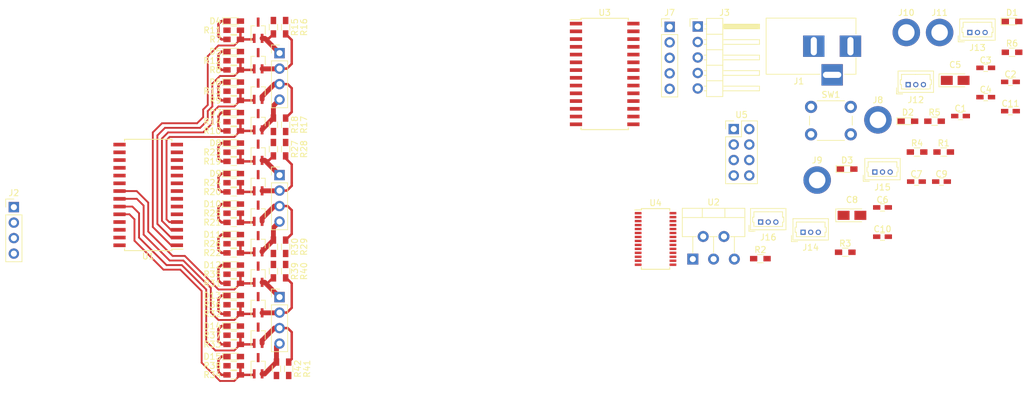
<source format=kicad_pcb>
(kicad_pcb (version 4) (host pcbnew 4.0.7)
  (layers (0 F.Cu signal) (31 B.Cu signal) (34 B.Paste user) (35 F.Paste user) (36 B.SilkS user) (37 F.SilkS user) (38 B.Mask user) (39 F.Mask user) (44 Edge.Cuts user))
  (net 0 "")
  (net 1 +3V3)
  (net 2 GND)
  (net 3 "Net-(C5-Pad1)")
  (net 4 "Net-(C6-Pad1)")
  (net 5 "Net-(C7-Pad1)")
  (net 6 "Net-(D1-Pad2)")
  (net 7 "Net-(D2-Pad1)")
  (net 8 "Net-(D2-Pad2)")
  (net 9 "Net-(D3-Pad2)")
  (net 10 "Net-(D4-Pad1)")
  (net 11 "Net-(D5-Pad1)")
  (net 12 "Net-(D6-Pad1)")
  (net 13 "Net-(D7-Pad1)")
  (net 14 "Net-(D8-Pad1)")
  (net 15 "Net-(D9-Pad1)")
  (net 16 "Net-(D10-Pad1)")
  (net 17 "Net-(D11-Pad1)")
  (net 18 "Net-(D12-Pad1)")
  (net 19 "Net-(D13-Pad1)")
  (net 20 "Net-(D14-Pad1)")
  (net 21 "Net-(D15-Pad1)")
  (net 22 "Net-(J2-Pad1)")
  (net 23 "Net-(J2-Pad2)")
  (net 24 "Net-(J2-Pad3)")
  (net 25 "Net-(J2-Pad4)")
  (net 26 /RESET)
  (net 27 /PGM_PGED)
  (net 28 /PGM_PGEC)
  (net 29 "/Select array/S1")
  (net 30 "/Select array/S2")
  (net 31 "/Select array/S3")
  (net 32 "/Select array/S4")
  (net 33 "/Select array/S5")
  (net 34 "/Select array/S6")
  (net 35 "/Select array/S7")
  (net 36 "/Select array/S8")
  (net 37 "/Select array/S9")
  (net 38 "/Select array/S10")
  (net 39 "/Select array/S11")
  (net 40 "/Select array/S12")
  (net 41 /IO1)
  (net 42 /IO2)
  (net 43 /IO3)
  (net 44 /IO4)
  (net 45 /IO5)
  (net 46 "Net-(J8-Pad1)")
  (net 47 "Net-(J9-Pad1)")
  (net 48 "Net-(J10-Pad1)")
  (net 49 "Net-(J11-Pad1)")
  (net 50 /R1)
  (net 51 /G1)
  (net 52 /B1)
  (net 53 /R3)
  (net 54 /G3)
  (net 55 /B3)
  (net 56 /R5)
  (net 57 /G5)
  (net 58 /B5)
  (net 59 /R2)
  (net 60 /G2)
  (net 61 /B2)
  (net 62 /R4)
  (net 63 /G4)
  (net 64 /B4)
  (net 65 "Net-(R3-Pad1)")
  (net 66 "Net-(R3-Pad2)")
  (net 67 "Net-(R4-Pad1)")
  (net 68 "Net-(R5-Pad1)")
  (net 69 "Net-(R6-Pad1)")
  (net 70 /SEL_SCK)
  (net 71 /NRF_MOSI)
  (net 72 /NRF_MISO)
  (net 73 "Net-(U1-Pad19)")
  (net 74 "Net-(U1-Pad20)")
  (net 75 "Net-(U2-Pad1)")
  (net 76 /MCP_CS)
  (net 77 /PCA_CS)
  (net 78 /PCA_OE)
  (net 79 /SEL_MOSI)
  (net 80 /SEL_MISO)
  (net 81 /NRF_SCK)
  (net 82 /NRF_CE)
  (net 83 /NRF_CSN)
  (net 84 /NRF_IRQ)
  (net 85 "/Select array/SEL1")
  (net 86 "/Select array/SEL2")
  (net 87 "/Select array/SEL3")
  (net 88 "/Select array/SEL4")
  (net 89 "/Select array/SEL5")
  (net 90 "/Select array/SEL6")
  (net 91 "/Select array/SEL7")
  (net 92 "/Select array/SEL8")
  (net 93 "/Select array/SEL9")
  (net 94 "/Select array/SEL10")
  (net 95 "/Select array/SEL11")
  (net 96 "/Select array/SEL12")
  (module Housings_SOIC:SOIC-28W_7.5x17.9mm_Pitch1.27mm (layer F.Cu) (at 80 135 180)
    (fp_text reference U1 (at 0 -10.05 180) (layer F.SilkS))
    (fp_text value MCP23S17)
    (pad 1 smd rect (at -4.7 -8.255 180) (size 2 0.6) (layers F.Cu F.Paste F.Mask) (net 85 "/Select array/SEL1"))
    (pad 2 smd rect (at -4.7 -6.985 180) (size 2 0.6) (layers F.Cu F.Paste F.Mask) (net 86 "/Select array/SEL2"))
    (pad 3 smd rect (at -4.7 -5.715 180) (size 2 0.6) (layers F.Cu F.Paste F.Mask) (net 87 "/Select array/SEL3"))
    (pad 4 smd rect (at -4.7 -4.445 180) (size 2 0.6) (layers F.Cu F.Paste F.Mask) (net 88 "/Select array/SEL4"))
    (pad 5 smd rect (at -4.7 -3.175 180) (size 2 0.6) (layers F.Cu F.Paste F.Mask) (net 92 "/Select array/SEL8"))
    (pad 6 smd rect (at -4.7 -1.905 180) (size 2 0.6) (layers F.Cu F.Paste F.Mask) (net 91 "/Select array/SEL7"))
    (pad 7 smd rect (at -4.7 -0.635 180) (size 2 0.6) (layers F.Cu F.Paste F.Mask) (net 90 "/Select array/SEL6"))
    (pad 8 smd rect (at -4.7 0.635 180) (size 2 0.6) (layers F.Cu F.Paste F.Mask) (net 89 "/Select array/SEL5"))
    (pad 9 smd rect (at -4.7 1.905 180) (size 2 0.6) (layers F.Cu F.Paste F.Mask) (net 1 +3V3))
    (pad 10 smd rect (at -4.7 3.175 180) (size 2 0.6) (layers F.Cu F.Paste F.Mask) (net 2 GND))
    (pad 11 smd rect (at -4.7 4.445 180) (size 2 0.6) (layers F.Cu F.Paste F.Mask) (net 76 /MCP_CS))
    (pad 12 smd rect (at -4.7 5.715 180) (size 2 0.6) (layers F.Cu F.Paste F.Mask) (net 70 /SEL_SCK))
    (pad 13 smd rect (at -4.7 6.985 180) (size 2 0.6) (layers F.Cu F.Paste F.Mask) (net 79 /SEL_MOSI))
    (pad 14 smd rect (at -4.7 8.255 180) (size 2 0.6) (layers F.Cu F.Paste F.Mask) (net 80 /SEL_MISO))
    (pad 15 smd rect (at 4.7 8.255 180) (size 2 0.6) (layers F.Cu F.Paste F.Mask) (net 2 GND))
    (pad 16 smd rect (at 4.7 6.985 180) (size 2 0.6) (layers F.Cu F.Paste F.Mask) (net 2 GND))
    (pad 17 smd rect (at 4.7 5.715 180) (size 2 0.6) (layers F.Cu F.Paste F.Mask) (net 2 GND))
    (pad 18 smd rect (at 4.7 4.445 180) (size 2 0.6) (layers F.Cu F.Paste F.Mask) (net 26 /RESET))
    (pad 19 smd rect (at 4.7 3.175 180) (size 2 0.6) (layers F.Cu F.Paste F.Mask) (net 73 "Net-(U1-Pad19)"))
    (pad 20 smd rect (at 4.7 1.905 180) (size 2 0.6) (layers F.Cu F.Paste F.Mask) (net 74 "Net-(U1-Pad20)"))
    (pad 21 smd rect (at 4.7 0.635 180) (size 2 0.6) (layers F.Cu F.Paste F.Mask) (net 93 "/Select array/SEL9"))
    (pad 22 smd rect (at 4.7 -0.635 180) (size 2 0.6) (layers F.Cu F.Paste F.Mask) (net 94 "/Select array/SEL10"))
    (pad 23 smd rect (at 4.7 -1.905 180) (size 2 0.6) (layers F.Cu F.Paste F.Mask) (net 95 "/Select array/SEL11"))
    (pad 24 smd rect (at 4.7 -3.175 180) (size 2 0.6) (layers F.Cu F.Paste F.Mask) (net 96 "/Select array/SEL12"))
    (pad 25 smd rect (at 4.7 -4.445 180) (size 2 0.6) (layers F.Cu F.Paste F.Mask) (net 22 "Net-(J2-Pad1)"))
    (pad 26 smd rect (at 4.7 -5.715 180) (size 2 0.6) (layers F.Cu F.Paste F.Mask) (net 23 "Net-(J2-Pad2)"))
    (pad 27 smd rect (at 4.7 -6.985 180) (size 2 0.6) (layers F.Cu F.Paste F.Mask) (net 24 "Net-(J2-Pad3)"))
    (pad 28 smd rect (at 4.7 -8.255 180) (size 2 0.6) (layers F.Cu F.Paste F.Mask) (net 25 "Net-(J2-Pad4)"))
  )
  (module Capacitors_SMD:C_0603_HandSoldering (layer F.Cu) (at 213.005952 122.065)
    (fp_text reference C1 (at 0 -1.25) (layer F.SilkS))
    (fp_text value 100n)
    (pad 1 smd rect (at -0.95 0) (size 1.2 0.75) (layers F.Cu F.Paste F.Mask) (net 1 +3V3))
    (pad 2 smd rect (at 0.95 0) (size 1.2 0.75) (layers F.Cu F.Paste F.Mask) (net 2 GND))
  )
  (module Capacitors_SMD:C_0603_HandSoldering (layer F.Cu) (at 221.180001 116.465)
    (fp_text reference C2 (at 0 -1.25) (layer F.SilkS))
    (fp_text value 1µ)
    (pad 1 smd rect (at -0.95 0) (size 1.2 0.75) (layers F.Cu F.Paste F.Mask) (net 1 +3V3))
    (pad 2 smd rect (at 0.95 0) (size 1.2 0.75) (layers F.Cu F.Paste F.Mask) (net 2 GND))
  )
  (module Capacitors_SMD:C_0603_HandSoldering (layer F.Cu) (at 217.130001 114.165)
    (fp_text reference C3 (at 0 -1.25) (layer F.SilkS))
    (fp_text value 10n)
    (pad 1 smd rect (at -0.95 0) (size 1.2 0.75) (layers F.Cu F.Paste F.Mask) (net 1 +3V3))
    (pad 2 smd rect (at 0.95 0) (size 1.2 0.75) (layers F.Cu F.Paste F.Mask) (net 2 GND))
  )
  (module Capacitors_SMD:C_0603_HandSoldering (layer F.Cu) (at 217.130001 118.965)
    (fp_text reference C4 (at 0 -1.25) (layer F.SilkS))
    (fp_text value 10n)
    (pad 1 smd rect (at -0.95 0) (size 1.2 0.75) (layers F.Cu F.Paste F.Mask) (net 1 +3V3))
    (pad 2 smd rect (at 0.95 0) (size 1.2 0.75) (layers F.Cu F.Paste F.Mask) (net 2 GND))
  )
  (module Capacitors_Tantalum_SMD:CP_Tantalum_Case-A_EIA-3216-18_Reflow (layer F.Cu) (at 212.130001 116.215)
    (fp_text reference C5 (at 0 -2.55) (layer F.SilkS))
    (fp_text value 10µ)
    (pad 1 smd rect (at -1.375 0) (size 1.95 1.5) (layers F.Cu F.Paste F.Mask) (net 3 "Net-(C5-Pad1)"))
    (pad 2 smd rect (at 1.375 0) (size 1.95 1.5) (layers F.Cu F.Paste F.Mask) (net 2 GND))
  )
  (module Capacitors_SMD:C_0603_HandSoldering (layer F.Cu) (at 200.230001 137.045)
    (fp_text reference C6 (at 0 -1.25) (layer F.SilkS))
    (fp_text value 1µ)
    (pad 1 smd rect (at -0.95 0) (size 1.2 0.75) (layers F.Cu F.Paste F.Mask) (net 4 "Net-(C6-Pad1)"))
    (pad 2 smd rect (at 0.95 0) (size 1.2 0.75) (layers F.Cu F.Paste F.Mask) (net 2 GND))
  )
  (module Capacitors_SMD:C_0603_HandSoldering (layer F.Cu) (at 205.785952 132.815)
    (fp_text reference C7 (at 0 -1.25) (layer F.SilkS))
    (fp_text value 100n)
    (pad 1 smd rect (at -0.95 0) (size 1.2 0.75) (layers F.Cu F.Paste F.Mask) (net 5 "Net-(C7-Pad1)"))
    (pad 2 smd rect (at 0.95 0) (size 1.2 0.75) (layers F.Cu F.Paste F.Mask) (net 2 GND))
  )
  (module Capacitors_Tantalum_SMD:CP_Tantalum_Case-A_EIA-3216-18_Reflow (layer F.Cu) (at 195.230001 138.345)
    (fp_text reference C8 (at 0 -2.55) (layer F.SilkS))
    (fp_text value 10µ)
    (pad 1 smd rect (at -1.375 0) (size 1.95 1.5) (layers F.Cu F.Paste F.Mask) (net 1 +3V3))
    (pad 2 smd rect (at 1.375 0) (size 1.95 1.5) (layers F.Cu F.Paste F.Mask) (net 2 GND))
  )
  (module Capacitors_SMD:C_0603_HandSoldering (layer F.Cu) (at 209.890001 132.815)
    (fp_text reference C9 (at 0 -1.25) (layer F.SilkS))
    (fp_text value 10n)
    (pad 1 smd rect (at -0.95 0) (size 1.2 0.75) (layers F.Cu F.Paste F.Mask) (net 1 +3V3))
    (pad 2 smd rect (at 0.95 0) (size 1.2 0.75) (layers F.Cu F.Paste F.Mask) (net 2 GND))
  )
  (module Capacitors_SMD:C_0603_HandSoldering (layer F.Cu) (at 200.230001 141.845)
    (fp_text reference C10 (at 0 -1.25) (layer F.SilkS))
    (fp_text value 1µ)
    (pad 1 smd rect (at -0.95 0) (size 1.2 0.75) (layers F.Cu F.Paste F.Mask) (net 1 +3V3))
    (pad 2 smd rect (at 0.95 0) (size 1.2 0.75) (layers F.Cu F.Paste F.Mask) (net 2 GND))
  )
  (module Capacitors_SMD:C_0603_HandSoldering (layer F.Cu) (at 221.180001 121.265)
    (fp_text reference C11 (at 0 -1.25) (layer F.SilkS))
    (fp_text value 10n)
    (pad 1 smd rect (at -0.95 0) (size 1.2 0.75) (layers F.Cu F.Paste F.Mask) (net 1 +3V3))
    (pad 2 smd rect (at 0.95 0) (size 1.2 0.75) (layers F.Cu F.Paste F.Mask) (net 2 GND))
  )
  (module LEDs:LED_0603_HandSoldering (layer F.Cu) (at 221.440001 106.565)
    (fp_text reference D1 (at 0 -1.45) (layer F.SilkS))
    (fp_text value LED)
    (pad 1 smd rect (at -1.1 0) (size 1.2 0.9) (layers F.Cu F.Paste F.Mask) (net 2 GND))
    (pad 2 smd rect (at 1.1 0) (size 1.2 0.9) (layers F.Cu F.Paste F.Mask) (net 6 "Net-(D1-Pad2)"))
  )
  (module LEDs:LED_0603_HandSoldering (layer F.Cu) (at 204.390001 122.915)
    (fp_text reference D2 (at 0 -1.45) (layer F.SilkS))
    (fp_text value LED)
    (pad 1 smd rect (at -1.1 0) (size 1.2 0.9) (layers F.Cu F.Paste F.Mask) (net 7 "Net-(D2-Pad1)"))
    (pad 2 smd rect (at 1.1 0) (size 1.2 0.9) (layers F.Cu F.Paste F.Mask) (net 8 "Net-(D2-Pad2)"))
  )
  (module LEDs:LED_0603_HandSoldering (layer F.Cu) (at 194.440001 130.765)
    (fp_text reference D3 (at 0 -1.45) (layer F.SilkS))
    (fp_text value LED)
    (pad 1 smd rect (at -1.1 0) (size 1.2 0.9) (layers F.Cu F.Paste F.Mask) (net 2 GND))
    (pad 2 smd rect (at 1.1 0) (size 1.2 0.9) (layers F.Cu F.Paste F.Mask) (net 9 "Net-(D3-Pad2)"))
  )
  (module LEDs:LED_0603_HandSoldering (layer F.Cu) (at 94 106.5)
    (fp_text reference D4 (at -3 0) (layer F.SilkS))
    (fp_text value LED)
    (pad 1 smd rect (at -1.1 0) (size 1.2 0.9) (layers F.Cu F.Paste F.Mask) (net 10 "Net-(D4-Pad1)"))
    (pad 2 smd rect (at 1.1 0) (size 1.2 0.9) (layers F.Cu F.Paste F.Mask) (net 1 +3V3))
  )
  (module LEDs:LED_0603_HandSoldering (layer F.Cu) (at 94 111.5)
    (fp_text reference D5 (at -3 0) (layer F.SilkS))
    (fp_text value LED)
    (pad 1 smd rect (at -1.1 0) (size 1.2 0.9) (layers F.Cu F.Paste F.Mask) (net 11 "Net-(D5-Pad1)"))
    (pad 2 smd rect (at 1.1 0) (size 1.2 0.9) (layers F.Cu F.Paste F.Mask) (net 1 +3V3))
  )
  (module LEDs:LED_0603_HandSoldering (layer F.Cu) (at 94 116.5)
    (fp_text reference D6 (at -3 0) (layer F.SilkS))
    (fp_text value LED)
    (pad 1 smd rect (at -1.1 0) (size 1.2 0.9) (layers F.Cu F.Paste F.Mask) (net 12 "Net-(D6-Pad1)"))
    (pad 2 smd rect (at 1.1 0) (size 1.2 0.9) (layers F.Cu F.Paste F.Mask) (net 1 +3V3))
  )
  (module LEDs:LED_0603_HandSoldering (layer F.Cu) (at 94 121.5)
    (fp_text reference D7 (at -3 0) (layer F.SilkS))
    (fp_text value LED)
    (pad 1 smd rect (at -1.1 0) (size 1.2 0.9) (layers F.Cu F.Paste F.Mask) (net 13 "Net-(D7-Pad1)"))
    (pad 2 smd rect (at 1.1 0) (size 1.2 0.9) (layers F.Cu F.Paste F.Mask) (net 1 +3V3))
  )
  (module LEDs:LED_0603_HandSoldering (layer F.Cu) (at 94 126.5)
    (fp_text reference D8 (at -3 0) (layer F.SilkS))
    (fp_text value LED)
    (pad 1 smd rect (at -1.1 0) (size 1.2 0.9) (layers F.Cu F.Paste F.Mask) (net 14 "Net-(D8-Pad1)"))
    (pad 2 smd rect (at 1.1 0) (size 1.2 0.9) (layers F.Cu F.Paste F.Mask) (net 1 +3V3))
  )
  (module LEDs:LED_0603_HandSoldering (layer F.Cu) (at 94 131.5)
    (fp_text reference D9 (at -3 0) (layer F.SilkS))
    (fp_text value LED)
    (pad 1 smd rect (at -1.1 0) (size 1.2 0.9) (layers F.Cu F.Paste F.Mask) (net 15 "Net-(D9-Pad1)"))
    (pad 2 smd rect (at 1.1 0) (size 1.2 0.9) (layers F.Cu F.Paste F.Mask) (net 1 +3V3))
  )
  (module LEDs:LED_0603_HandSoldering (layer F.Cu) (at 94 136.5)
    (fp_text reference D10 (at -3.5 0) (layer F.SilkS))
    (fp_text value LED)
    (pad 1 smd rect (at -1.1 0) (size 1.2 0.9) (layers F.Cu F.Paste F.Mask) (net 16 "Net-(D10-Pad1)"))
    (pad 2 smd rect (at 1.1 0) (size 1.2 0.9) (layers F.Cu F.Paste F.Mask) (net 1 +3V3))
  )
  (module LEDs:LED_0603_HandSoldering (layer F.Cu) (at 94 141.5)
    (fp_text reference D11 (at -3.5 0) (layer F.SilkS))
    (fp_text value LED)
    (pad 1 smd rect (at -1.1 0) (size 1.2 0.9) (layers F.Cu F.Paste F.Mask) (net 17 "Net-(D11-Pad1)"))
    (pad 2 smd rect (at 1.1 0) (size 1.2 0.9) (layers F.Cu F.Paste F.Mask) (net 1 +3V3))
  )
  (module LEDs:LED_0603_HandSoldering (layer F.Cu) (at 94 146.5)
    (fp_text reference D12 (at -3.5 0) (layer F.SilkS))
    (fp_text value LED)
    (pad 1 smd rect (at -1.1 0) (size 1.2 0.9) (layers F.Cu F.Paste F.Mask) (net 18 "Net-(D12-Pad1)"))
    (pad 2 smd rect (at 1.1 0) (size 1.2 0.9) (layers F.Cu F.Paste F.Mask) (net 1 +3V3))
  )
  (module LEDs:LED_0603_HandSoldering (layer F.Cu) (at 94 151.5)
    (fp_text reference D13 (at -3.5 0) (layer F.SilkS))
    (fp_text value LED)
    (pad 1 smd rect (at -1.1 0) (size 1.2 0.9) (layers F.Cu F.Paste F.Mask) (net 19 "Net-(D13-Pad1)"))
    (pad 2 smd rect (at 1.1 0) (size 1.2 0.9) (layers F.Cu F.Paste F.Mask) (net 1 +3V3))
  )
  (module LEDs:LED_0603_HandSoldering (layer F.Cu) (at 94 156.5)
    (fp_text reference D14 (at -3.5 0) (layer F.SilkS))
    (fp_text value LED)
    (pad 1 smd rect (at -1.1 0) (size 1.2 0.9) (layers F.Cu F.Paste F.Mask) (net 20 "Net-(D14-Pad1)"))
    (pad 2 smd rect (at 1.1 0) (size 1.2 0.9) (layers F.Cu F.Paste F.Mask) (net 1 +3V3))
  )
  (module LEDs:LED_0603_HandSoldering (layer F.Cu) (at 94 161.5)
    (fp_text reference D15 (at -3.5 0) (layer F.SilkS))
    (fp_text value LED)
    (pad 1 smd rect (at -1.1 0) (size 1.2 0.9) (layers F.Cu F.Paste F.Mask) (net 21 "Net-(D15-Pad1)"))
    (pad 2 smd rect (at 1.1 0) (size 1.2 0.9) (layers F.Cu F.Paste F.Mask) (net 1 +3V3))
  )
  (module Connect:BARREL_JACK (layer F.Cu) (at 194.980001 110.615)
    (fp_text reference J1 (at -8.45 5.75 180) (layer F.SilkS))
    (fp_text value Jack-DC)
    (pad 1 thru_hole rect (at 0 0) (size 3.5 3.5) (drill oval 1 3) (layers *.Cu *.Mask) (net 4 "Net-(C6-Pad1)"))
    (pad 2 thru_hole rect (at -6 0) (size 3.5 3.5) (drill oval 1 3) (layers *.Cu *.Mask) (net 2 GND))
    (pad 3 thru_hole rect (at -3 4.7) (size 3.5 3.5) (drill oval 3 1) (layers *.Cu *.Mask) (net 2 GND))
  )
  (module Pin_Headers:Pin_Header_Straight_1x04_Pitch2.54mm (layer F.Cu) (at 58 137)
    (fp_text reference J2 (at 0 -2.33) (layer F.SilkS))
    (fp_text value GP_IO)
    (pad 1 thru_hole rect (at 0 0) (size 1.7 1.7) (drill 1) (layers *.Cu *.Mask) (net 22 "Net-(J2-Pad1)"))
    (pad 2 thru_hole oval (at 0 2.54) (size 1.7 1.7) (drill 1) (layers *.Cu *.Mask) (net 23 "Net-(J2-Pad2)"))
    (pad 3 thru_hole oval (at 0 5.08) (size 1.7 1.7) (drill 1) (layers *.Cu *.Mask) (net 24 "Net-(J2-Pad3)"))
    (pad 4 thru_hole oval (at 0 7.62) (size 1.7 1.7) (drill 1) (layers *.Cu *.Mask) (net 25 "Net-(J2-Pad4)"))
  )
  (module Pin_Headers:Pin_Header_Angled_1x05_Pitch2.54mm (layer F.Cu) (at 169.980001 107.385)
    (fp_text reference J3 (at 4.385 -2.27) (layer F.SilkS))
    (fp_text value PGM)
    (pad 1 thru_hole rect (at 0 0) (size 1.7 1.7) (drill 1) (layers *.Cu *.Mask) (net 26 /RESET))
    (pad 2 thru_hole oval (at 0 2.54) (size 1.7 1.7) (drill 1) (layers *.Cu *.Mask) (net 1 +3V3))
    (pad 3 thru_hole oval (at 0 5.08) (size 1.7 1.7) (drill 1) (layers *.Cu *.Mask) (net 2 GND))
    (pad 4 thru_hole oval (at 0 7.62) (size 1.7 1.7) (drill 1) (layers *.Cu *.Mask) (net 27 /PGM_PGED))
    (pad 5 thru_hole oval (at 0 10.16) (size 1.7 1.7) (drill 1) (layers *.Cu *.Mask) (net 28 /PGM_PGEC))
  )
  (module Pin_Headers:Pin_Header_Straight_1x04_Pitch2.54mm (layer F.Cu) (at 101.5 111.75)
    (fp_text reference J4 hide)
    (fp_text value S1..4)
    (pad 1 thru_hole rect (at 0 0) (size 1.7 1.7) (drill 1) (layers *.Cu *.Mask) (net 29 "/Select array/S1"))
    (pad 2 thru_hole oval (at 0 2.54) (size 1.7 1.7) (drill 1) (layers *.Cu *.Mask) (net 30 "/Select array/S2"))
    (pad 3 thru_hole oval (at 0 5.08) (size 1.7 1.7) (drill 1) (layers *.Cu *.Mask) (net 31 "/Select array/S3"))
    (pad 4 thru_hole oval (at 0 7.62) (size 1.7 1.7) (drill 1) (layers *.Cu *.Mask) (net 32 "/Select array/S4"))
  )
  (module Pin_Headers:Pin_Header_Straight_1x04_Pitch2.54mm (layer F.Cu) (at 101.5 131.75)
    (fp_text reference J5 hide)
    (fp_text value S5..8)
    (pad 1 thru_hole rect (at 0 0) (size 1.7 1.7) (drill 1) (layers *.Cu *.Mask) (net 33 "/Select array/S5"))
    (pad 2 thru_hole oval (at 0 2.54) (size 1.7 1.7) (drill 1) (layers *.Cu *.Mask) (net 34 "/Select array/S6"))
    (pad 3 thru_hole oval (at 0 5.08) (size 1.7 1.7) (drill 1) (layers *.Cu *.Mask) (net 35 "/Select array/S7"))
    (pad 4 thru_hole oval (at 0 7.62) (size 1.7 1.7) (drill 1) (layers *.Cu *.Mask) (net 36 "/Select array/S8"))
  )
  (module Pin_Headers:Pin_Header_Straight_1x04_Pitch2.54mm (layer F.Cu) (at 101.5 151.75)
    (fp_text reference J6 hide)
    (fp_text value S9..12)
    (pad 1 thru_hole rect (at 0 0) (size 1.7 1.7) (drill 1) (layers *.Cu *.Mask) (net 37 "/Select array/S9"))
    (pad 2 thru_hole oval (at 0 2.54) (size 1.7 1.7) (drill 1) (layers *.Cu *.Mask) (net 38 "/Select array/S10"))
    (pad 3 thru_hole oval (at 0 5.08) (size 1.7 1.7) (drill 1) (layers *.Cu *.Mask) (net 39 "/Select array/S11"))
    (pad 4 thru_hole oval (at 0 7.62) (size 1.7 1.7) (drill 1) (layers *.Cu *.Mask) (net 40 "/Select array/S12"))
  )
  (module Pin_Headers:Pin_Header_Straight_1x05_Pitch2.54mm (layer F.Cu) (at 165.375952 107.445)
    (fp_text reference J7 (at 0 -2.33) (layer F.SilkS))
    (fp_text value PIC_IO)
    (pad 1 thru_hole rect (at 0 0) (size 1.7 1.7) (drill 1) (layers *.Cu *.Mask) (net 41 /IO1))
    (pad 2 thru_hole oval (at 0 2.54) (size 1.7 1.7) (drill 1) (layers *.Cu *.Mask) (net 42 /IO2))
    (pad 3 thru_hole oval (at 0 5.08) (size 1.7 1.7) (drill 1) (layers *.Cu *.Mask) (net 43 /IO3))
    (pad 4 thru_hole oval (at 0 7.62) (size 1.7 1.7) (drill 1) (layers *.Cu *.Mask) (net 44 /IO4))
    (pad 5 thru_hole oval (at 0 10.16) (size 1.7 1.7) (drill 1) (layers *.Cu *.Mask) (net 45 /IO5))
  )
  (module Mounting_Holes:MountingHole_2.7mm_M2.5_ISO14580_Pad (layer F.Cu) (at 199.480001 122.695)
    (fp_text reference J8 (at 0 -3.25) (layer F.SilkS))
    (fp_text value MH)
    (pad 1 thru_hole circle (at 0 0) (size 4.5 4.5) (drill 2.7) (layers *.Cu *.Mask) (net 46 "Net-(J8-Pad1)"))
  )
  (module Mounting_Holes:MountingHole_2.7mm_M2.5_ISO14580_Pad (layer F.Cu) (at 189.530001 132.565)
    (fp_text reference J9 (at 0 -3.25) (layer F.SilkS))
    (fp_text value MH)
    (pad 1 thru_hole circle (at 0 0) (size 4.5 4.5) (drill 2.7) (layers *.Cu *.Mask) (net 47 "Net-(J9-Pad1)"))
  )
  (module Mounting_Holes:MountingHole_2.7mm_M2.5_ISO14580_Pad (layer F.Cu) (at 204.130001 108.365)
    (fp_text reference J10 (at 0 -3.25) (layer F.SilkS))
    (fp_text value MH)
    (pad 1 thru_hole circle (at 0 0) (size 4.5 4.5) (drill 2.7) (layers *.Cu *.Mask) (net 48 "Net-(J10-Pad1)"))
  )
  (module Mounting_Holes:MountingHole_2.7mm_M2.5_ISO14580_Pad (layer F.Cu) (at 209.580001 108.365)
    (fp_text reference J11 (at 0 -3.25) (layer F.SilkS))
    (fp_text value MH)
    (pad 1 thru_hole circle (at 0 0) (size 4.5 4.5) (drill 2.7) (layers *.Cu *.Mask) (net 49 "Net-(J11-Pad1)"))
  )
  (module Connectors_Molex:Molex_PicoBlade_53047-0310_03x1.25mm_Straight (layer F.Cu) (at 204.430001 116.915)
    (fp_text reference J12 (at 1.25 2.5) (layer F.SilkS))
    (fp_text value LED1)
    (pad 1 thru_hole rect (at 0 0) (size 0.85 0.85) (drill 0.5) (layers *.Cu *.Mask) (net 50 /R1))
    (pad 2 thru_hole circle (at 1.25 0) (size 0.85 0.85) (drill 0.5) (layers *.Cu *.Mask) (net 51 /G1))
    (pad 3 thru_hole circle (at 2.5 0) (size 0.85 0.85) (drill 0.5) (layers *.Cu *.Mask) (net 52 /B1))
  )
  (module Connectors_Molex:Molex_PicoBlade_53047-0310_03x1.25mm_Straight (layer F.Cu) (at 214.530001 108.365)
    (fp_text reference J13 (at 1.25 2.5) (layer F.SilkS))
    (fp_text value LED3)
    (pad 1 thru_hole rect (at 0 0) (size 0.85 0.85) (drill 0.5) (layers *.Cu *.Mask) (net 53 /R3))
    (pad 2 thru_hole circle (at 1.25 0) (size 0.85 0.85) (drill 0.5) (layers *.Cu *.Mask) (net 54 /G3))
    (pad 3 thru_hole circle (at 2.5 0) (size 0.85 0.85) (drill 0.5) (layers *.Cu *.Mask) (net 55 /B3))
  )
  (module Connectors_Molex:Molex_PicoBlade_53047-0310_03x1.25mm_Straight (layer F.Cu) (at 187.220001 141.115)
    (fp_text reference J14 (at 1.25 2.5) (layer F.SilkS))
    (fp_text value LED5)
    (pad 1 thru_hole rect (at 0 0) (size 0.85 0.85) (drill 0.5) (layers *.Cu *.Mask) (net 56 /R5))
    (pad 2 thru_hole circle (at 1.25 0) (size 0.85 0.85) (drill 0.5) (layers *.Cu *.Mask) (net 57 /G5))
    (pad 3 thru_hole circle (at 2.5 0) (size 0.85 0.85) (drill 0.5) (layers *.Cu *.Mask) (net 58 /B5))
  )
  (module Connectors_Molex:Molex_PicoBlade_53047-0310_03x1.25mm_Straight (layer F.Cu) (at 198.980001 131.245)
    (fp_text reference J15 (at 1.25 2.5) (layer F.SilkS))
    (fp_text value LED2)
    (pad 1 thru_hole rect (at 0 0) (size 0.85 0.85) (drill 0.5) (layers *.Cu *.Mask) (net 59 /R2))
    (pad 2 thru_hole circle (at 1.25 0) (size 0.85 0.85) (drill 0.5) (layers *.Cu *.Mask) (net 60 /G2))
    (pad 3 thru_hole circle (at 2.5 0) (size 0.85 0.85) (drill 0.5) (layers *.Cu *.Mask) (net 61 /B2))
  )
  (module Connectors_Molex:Molex_PicoBlade_53047-0310_03x1.25mm_Straight (layer F.Cu) (at 180.270001 139.445)
    (fp_text reference J16 (at 1.25 2.5) (layer F.SilkS))
    (fp_text value LED4)
    (pad 1 thru_hole rect (at 0 0) (size 0.85 0.85) (drill 0.5) (layers *.Cu *.Mask) (net 62 /R4))
    (pad 2 thru_hole circle (at 1.25 0) (size 0.85 0.85) (drill 0.5) (layers *.Cu *.Mask) (net 63 /G4))
    (pad 3 thru_hole circle (at 2.5 0) (size 0.85 0.85) (drill 0.5) (layers *.Cu *.Mask) (net 64 /B4))
  )
  (module TO_SOT_Packages_SMD:SOT-323_SC-70_Handsoldering (layer F.Cu) (at 98 108 90)
    (fp_text reference Q1 hide)
    (fp_text value Q_PMOS_GSD)
    (pad 1 smd rect (at -1.33 -0.65) (size 0.45 1.5) (layers F.Cu F.Paste F.Mask) (net 85 "/Select array/SEL1"))
    (pad 2 smd rect (at -1.33 0.65) (size 0.45 1.5) (layers F.Cu F.Paste F.Mask) (net 29 "/Select array/S1"))
    (pad 3 smd rect (at 1.33 0) (size 0.45 1.5) (layers F.Cu F.Paste F.Mask) (net 1 +3V3))
  )
  (module TO_SOT_Packages_SMD:SOT-323_SC-70_Handsoldering (layer F.Cu) (at 98 113 90)
    (fp_text reference Q2 hide)
    (fp_text value Q_PMOS_GSD)
    (pad 1 smd rect (at -1.33 -0.65) (size 0.45 1.5) (layers F.Cu F.Paste F.Mask) (net 86 "/Select array/SEL2"))
    (pad 2 smd rect (at -1.33 0.65) (size 0.45 1.5) (layers F.Cu F.Paste F.Mask) (net 30 "/Select array/S2"))
    (pad 3 smd rect (at 1.33 0) (size 0.45 1.5) (layers F.Cu F.Paste F.Mask) (net 1 +3V3))
  )
  (module TO_SOT_Packages_SMD:SOT-323_SC-70_Handsoldering (layer F.Cu) (at 98 118 90)
    (fp_text reference Q3 hide)
    (fp_text value Q_PMOS_GSD)
    (pad 1 smd rect (at -1.33 -0.65) (size 0.45 1.5) (layers F.Cu F.Paste F.Mask) (net 87 "/Select array/SEL3"))
    (pad 2 smd rect (at -1.33 0.65) (size 0.45 1.5) (layers F.Cu F.Paste F.Mask) (net 31 "/Select array/S3"))
    (pad 3 smd rect (at 1.33 0) (size 0.45 1.5) (layers F.Cu F.Paste F.Mask) (net 1 +3V3))
  )
  (module TO_SOT_Packages_SMD:SOT-323_SC-70_Handsoldering (layer F.Cu) (at 98 123 90)
    (fp_text reference Q4 hide)
    (fp_text value Q_PMOS_GSD)
    (pad 1 smd rect (at -1.33 -0.65) (size 0.45 1.5) (layers F.Cu F.Paste F.Mask) (net 88 "/Select array/SEL4"))
    (pad 2 smd rect (at -1.33 0.65) (size 0.45 1.5) (layers F.Cu F.Paste F.Mask) (net 32 "/Select array/S4"))
    (pad 3 smd rect (at 1.33 0) (size 0.45 1.5) (layers F.Cu F.Paste F.Mask) (net 1 +3V3))
  )
  (module TO_SOT_Packages_SMD:SOT-323_SC-70_Handsoldering (layer F.Cu) (at 98 128 90)
    (fp_text reference Q5 hide)
    (fp_text value Q_PMOS_GSD)
    (pad 1 smd rect (at -1.33 -0.65) (size 0.45 1.5) (layers F.Cu F.Paste F.Mask) (net 89 "/Select array/SEL5"))
    (pad 2 smd rect (at -1.33 0.65) (size 0.45 1.5) (layers F.Cu F.Paste F.Mask) (net 33 "/Select array/S5"))
    (pad 3 smd rect (at 1.33 0) (size 0.45 1.5) (layers F.Cu F.Paste F.Mask) (net 1 +3V3))
  )
  (module TO_SOT_Packages_SMD:SOT-323_SC-70_Handsoldering (layer F.Cu) (at 98 133 90)
    (fp_text reference Q6 hide)
    (fp_text value Q_PMOS_GSD)
    (pad 1 smd rect (at -1.33 -0.65) (size 0.45 1.5) (layers F.Cu F.Paste F.Mask) (net 90 "/Select array/SEL6"))
    (pad 2 smd rect (at -1.33 0.65) (size 0.45 1.5) (layers F.Cu F.Paste F.Mask) (net 34 "/Select array/S6"))
    (pad 3 smd rect (at 1.33 0) (size 0.45 1.5) (layers F.Cu F.Paste F.Mask) (net 1 +3V3))
  )
  (module TO_SOT_Packages_SMD:SOT-323_SC-70_Handsoldering (layer F.Cu) (at 98 138 90)
    (fp_text reference Q7 hide)
    (fp_text value Q_PMOS_GSD)
    (pad 1 smd rect (at -1.33 -0.65) (size 0.45 1.5) (layers F.Cu F.Paste F.Mask) (net 91 "/Select array/SEL7"))
    (pad 2 smd rect (at -1.33 0.65) (size 0.45 1.5) (layers F.Cu F.Paste F.Mask) (net 35 "/Select array/S7"))
    (pad 3 smd rect (at 1.33 0) (size 0.45 1.5) (layers F.Cu F.Paste F.Mask) (net 1 +3V3))
  )
  (module TO_SOT_Packages_SMD:SOT-323_SC-70_Handsoldering (layer F.Cu) (at 98 143 90)
    (fp_text reference Q8 hide)
    (fp_text value Q_PMOS_GSD)
    (pad 1 smd rect (at -1.33 -0.65) (size 0.45 1.5) (layers F.Cu F.Paste F.Mask) (net 92 "/Select array/SEL8"))
    (pad 2 smd rect (at -1.33 0.65) (size 0.45 1.5) (layers F.Cu F.Paste F.Mask) (net 36 "/Select array/S8"))
    (pad 3 smd rect (at 1.33 0) (size 0.45 1.5) (layers F.Cu F.Paste F.Mask) (net 1 +3V3))
  )
  (module TO_SOT_Packages_SMD:SOT-323_SC-70_Handsoldering (layer F.Cu) (at 98 148 90)
    (fp_text reference Q9 hide)
    (fp_text value Q_PMOS_GSD)
    (pad 1 smd rect (at -1.33 -0.65) (size 0.45 1.5) (layers F.Cu F.Paste F.Mask) (net 93 "/Select array/SEL9"))
    (pad 2 smd rect (at -1.33 0.65) (size 0.45 1.5) (layers F.Cu F.Paste F.Mask) (net 37 "/Select array/S9"))
    (pad 3 smd rect (at 1.33 0) (size 0.45 1.5) (layers F.Cu F.Paste F.Mask) (net 1 +3V3))
  )
  (module TO_SOT_Packages_SMD:SOT-323_SC-70_Handsoldering (layer F.Cu) (at 98 153 90)
    (fp_text reference Q10 hide)
    (fp_text value Q_PMOS_GSD)
    (pad 1 smd rect (at -1.33 -0.65) (size 0.45 1.5) (layers F.Cu F.Paste F.Mask) (net 94 "/Select array/SEL10"))
    (pad 2 smd rect (at -1.33 0.65) (size 0.45 1.5) (layers F.Cu F.Paste F.Mask) (net 38 "/Select array/S10"))
    (pad 3 smd rect (at 1.33 0) (size 0.45 1.5) (layers F.Cu F.Paste F.Mask) (net 1 +3V3))
  )
  (module TO_SOT_Packages_SMD:SOT-323_SC-70_Handsoldering (layer F.Cu) (at 98 158 90)
    (fp_text reference Q11 hide)
    (fp_text value Q_PMOS_GSD)
    (pad 1 smd rect (at -1.33 -0.65) (size 0.45 1.5) (layers F.Cu F.Paste F.Mask) (net 95 "/Select array/SEL11"))
    (pad 2 smd rect (at -1.33 0.65) (size 0.45 1.5) (layers F.Cu F.Paste F.Mask) (net 39 "/Select array/S11"))
    (pad 3 smd rect (at 1.33 0) (size 0.45 1.5) (layers F.Cu F.Paste F.Mask) (net 1 +3V3))
  )
  (module TO_SOT_Packages_SMD:SOT-323_SC-70_Handsoldering (layer F.Cu) (at 98 163 90)
    (fp_text reference Q12 hide)
    (fp_text value Q_PMOS_GSD)
    (pad 1 smd rect (at -1.33 -0.65) (size 0.45 1.5) (layers F.Cu F.Paste F.Mask) (net 96 "/Select array/SEL12"))
    (pad 2 smd rect (at -1.33 0.65) (size 0.45 1.5) (layers F.Cu F.Paste F.Mask) (net 40 "/Select array/S12"))
    (pad 3 smd rect (at 1.33 0) (size 0.45 1.5) (layers F.Cu F.Paste F.Mask) (net 1 +3V3))
  )
  (module Resistors_SMD:R_0603_HandSoldering (layer F.Cu) (at 210.250001 127.965)
    (fp_text reference R1 (at 0 -1.45) (layer F.SilkS))
    (fp_text value 10k)
    (pad 1 smd rect (at -1.1 0) (size 1.2 0.9) (layers F.Cu F.Paste F.Mask) (net 1 +3V3))
    (pad 2 smd rect (at 1.1 0) (size 1.2 0.9) (layers F.Cu F.Paste F.Mask) (net 26 /RESET))
  )
  (module Resistors_SMD:R_0603_HandSoldering (layer F.Cu) (at 180.230001 145.445)
    (fp_text reference R2 (at 0 -1.45) (layer F.SilkS))
    (fp_text value 330k)
    (pad 1 smd rect (at -1.1 0) (size 1.2 0.9) (layers F.Cu F.Paste F.Mask) (net 2 GND))
    (pad 2 smd rect (at 1.1 0) (size 1.2 0.9) (layers F.Cu F.Paste F.Mask) (net 5 "Net-(C7-Pad1)"))
  )
  (module Resistors_SMD:R_0603_HandSoldering (layer F.Cu) (at 194.130001 144.395)
    (fp_text reference R3 (at 0 -1.45) (layer F.SilkS))
    (fp_text value 2.2k)
    (pad 1 smd rect (at -1.1 0) (size 1.2 0.9) (layers F.Cu F.Paste F.Mask) (net 65 "Net-(R3-Pad1)"))
    (pad 2 smd rect (at 1.1 0) (size 1.2 0.9) (layers F.Cu F.Paste F.Mask) (net 66 "Net-(R3-Pad2)"))
  )
  (module Resistors_SMD:R_0603_HandSoldering (layer F.Cu) (at 205.890001 127.965)
    (fp_text reference R4 (at 0 -1.45) (layer F.SilkS))
    (fp_text value 2.2k)
    (pad 1 smd rect (at -1.1 0) (size 1.2 0.9) (layers F.Cu F.Paste F.Mask) (net 67 "Net-(R4-Pad1)"))
    (pad 2 smd rect (at 1.1 0) (size 1.2 0.9) (layers F.Cu F.Paste F.Mask) (net 6 "Net-(D1-Pad2)"))
  )
  (module Resistors_SMD:R_0603_HandSoldering (layer F.Cu) (at 208.750001 122.915)
    (fp_text reference R5 (at 0 -1.45) (layer F.SilkS))
    (fp_text value R)
    (pad 1 smd rect (at -1.1 0) (size 1.2 0.9) (layers F.Cu F.Paste F.Mask) (net 68 "Net-(R5-Pad1)"))
    (pad 2 smd rect (at 1.1 0) (size 1.2 0.9) (layers F.Cu F.Paste F.Mask) (net 2 GND))
  )
  (module Resistors_SMD:R_0603_HandSoldering (layer F.Cu) (at 221.440001 111.615)
    (fp_text reference R6 (at 0 -1.45) (layer F.SilkS))
    (fp_text value 2.2k)
    (pad 1 smd rect (at -1.1 0) (size 1.2 0.9) (layers F.Cu F.Paste F.Mask) (net 69 "Net-(R6-Pad1)"))
    (pad 2 smd rect (at 1.1 0) (size 1.2 0.9) (layers F.Cu F.Paste F.Mask) (net 9 "Net-(D3-Pad2)"))
  )
  (module Resistors_SMD:R_0603_HandSoldering (layer F.Cu) (at 94 109.5)
    (fp_text reference R7 (at -3 0) (layer F.SilkS))
    (fp_text value 2.2k)
    (pad 1 smd rect (at -1.1 0) (size 1.2 0.9) (layers F.Cu F.Paste F.Mask) (net 10 "Net-(D4-Pad1)"))
    (pad 2 smd rect (at 1.1 0) (size 1.2 0.9) (layers F.Cu F.Paste F.Mask) (net 85 "/Select array/SEL1"))
  )
  (module Resistors_SMD:R_0603_HandSoldering (layer F.Cu) (at 94 114.5)
    (fp_text reference R8 (at -3 0) (layer F.SilkS))
    (fp_text value 2.2k)
    (pad 1 smd rect (at -1.1 0) (size 1.2 0.9) (layers F.Cu F.Paste F.Mask) (net 11 "Net-(D5-Pad1)"))
    (pad 2 smd rect (at 1.1 0) (size 1.2 0.9) (layers F.Cu F.Paste F.Mask) (net 86 "/Select array/SEL2"))
  )
  (module Resistors_SMD:R_0603_HandSoldering (layer F.Cu) (at 94 119.5)
    (fp_text reference R9 (at -3 0) (layer F.SilkS))
    (fp_text value 2.2k)
    (pad 1 smd rect (at -1.1 0) (size 1.2 0.9) (layers F.Cu F.Paste F.Mask) (net 12 "Net-(D6-Pad1)"))
    (pad 2 smd rect (at 1.1 0) (size 1.2 0.9) (layers F.Cu F.Paste F.Mask) (net 87 "/Select array/SEL3"))
  )
  (module Resistors_SMD:R_0603_HandSoldering (layer F.Cu) (at 94 124.5)
    (fp_text reference R10 (at -3.5 0) (layer F.SilkS))
    (fp_text value 2.2k)
    (pad 1 smd rect (at -1.1 0) (size 1.2 0.9) (layers F.Cu F.Paste F.Mask) (net 13 "Net-(D7-Pad1)"))
    (pad 2 smd rect (at 1.1 0) (size 1.2 0.9) (layers F.Cu F.Paste F.Mask) (net 88 "/Select array/SEL4"))
  )
  (module Resistors_SMD:R_0603_HandSoldering (layer F.Cu) (at 94 108)
    (fp_text reference R11 (at -3.5 0) (layer F.SilkS))
    (fp_text value 100k)
    (pad 1 smd rect (at -1.1 0) (size 1.2 0.9) (layers F.Cu F.Paste F.Mask) (net 1 +3V3))
    (pad 2 smd rect (at 1.1 0) (size 1.2 0.9) (layers F.Cu F.Paste F.Mask) (net 85 "/Select array/SEL1"))
  )
  (module Resistors_SMD:R_0603_HandSoldering (layer F.Cu) (at 94 113)
    (fp_text reference R12 (at -3.5 0) (layer F.SilkS))
    (fp_text value 100k)
    (pad 1 smd rect (at -1.1 0) (size 1.2 0.9) (layers F.Cu F.Paste F.Mask) (net 1 +3V3))
    (pad 2 smd rect (at 1.1 0) (size 1.2 0.9) (layers F.Cu F.Paste F.Mask) (net 86 "/Select array/SEL2"))
  )
  (module Resistors_SMD:R_0603_HandSoldering (layer F.Cu) (at 94 118)
    (fp_text reference R13 (at -3.5 0) (layer F.SilkS))
    (fp_text value 100k)
    (pad 1 smd rect (at -1.1 0) (size 1.2 0.9) (layers F.Cu F.Paste F.Mask) (net 1 +3V3))
    (pad 2 smd rect (at 1.1 0) (size 1.2 0.9) (layers F.Cu F.Paste F.Mask) (net 87 "/Select array/SEL3"))
  )
  (module Resistors_SMD:R_0603_HandSoldering (layer F.Cu) (at 94 123)
    (fp_text reference R14 (at -3.5 0) (layer F.SilkS))
    (fp_text value 100k)
    (pad 1 smd rect (at -1.1 0) (size 1.2 0.9) (layers F.Cu F.Paste F.Mask) (net 1 +3V3))
    (pad 2 smd rect (at 1.1 0) (size 1.2 0.9) (layers F.Cu F.Paste F.Mask) (net 88 "/Select array/SEL4"))
  )
  (module Resistors_SMD:R_0603_HandSoldering (layer F.Cu) (at 100.5 107.5 90)
    (fp_text reference R15 (at 0 3.5 90) (layer F.SilkS))
    (fp_text value 100k)
    (pad 1 smd rect (at -1.1 0 90) (size 1.2 0.9) (layers F.Cu F.Paste F.Mask) (net 29 "/Select array/S1"))
    (pad 2 smd rect (at 1.1 0 90) (size 1.2 0.9) (layers F.Cu F.Paste F.Mask) (net 2 GND))
  )
  (module Resistors_SMD:R_0603_HandSoldering (layer F.Cu) (at 102.5 107.5 90)
    (fp_text reference R16 (at 0 3 90) (layer F.SilkS))
    (fp_text value 100k)
    (pad 1 smd rect (at -1.1 0 90) (size 1.2 0.9) (layers F.Cu F.Paste F.Mask) (net 30 "/Select array/S2"))
    (pad 2 smd rect (at 1.1 0 90) (size 1.2 0.9) (layers F.Cu F.Paste F.Mask) (net 2 GND))
  )
  (module Resistors_SMD:R_0603_HandSoldering (layer F.Cu) (at 102.5 123.5 270)
    (fp_text reference R17 (at 0 -3 270) (layer F.SilkS))
    (fp_text value 100k)
    (pad 1 smd rect (at -1.1 0 270) (size 1.2 0.9) (layers F.Cu F.Paste F.Mask) (net 31 "/Select array/S3"))
    (pad 2 smd rect (at 1.1 0 270) (size 1.2 0.9) (layers F.Cu F.Paste F.Mask) (net 2 GND))
  )
  (module Resistors_SMD:R_0603_HandSoldering (layer F.Cu) (at 100.5 123.5 270)
    (fp_text reference R18 (at 0 -3.5 270) (layer F.SilkS))
    (fp_text value 100k)
    (pad 1 smd rect (at -1.1 0 270) (size 1.2 0.9) (layers F.Cu F.Paste F.Mask) (net 32 "/Select array/S4"))
    (pad 2 smd rect (at 1.1 0 270) (size 1.2 0.9) (layers F.Cu F.Paste F.Mask) (net 2 GND))
  )
  (module Resistors_SMD:R_0603_HandSoldering (layer F.Cu) (at 94 129.5)
    (fp_text reference R19 (at -3.5 0) (layer F.SilkS))
    (fp_text value 2.2k)
    (pad 1 smd rect (at -1.1 0) (size 1.2 0.9) (layers F.Cu F.Paste F.Mask) (net 14 "Net-(D8-Pad1)"))
    (pad 2 smd rect (at 1.1 0) (size 1.2 0.9) (layers F.Cu F.Paste F.Mask) (net 89 "/Select array/SEL5"))
  )
  (module Resistors_SMD:R_0603_HandSoldering (layer F.Cu) (at 94 134.5)
    (fp_text reference R20 (at -3.5 0) (layer F.SilkS))
    (fp_text value 2.2k)
    (pad 1 smd rect (at -1.1 0) (size 1.2 0.9) (layers F.Cu F.Paste F.Mask) (net 15 "Net-(D9-Pad1)"))
    (pad 2 smd rect (at 1.1 0) (size 1.2 0.9) (layers F.Cu F.Paste F.Mask) (net 90 "/Select array/SEL6"))
  )
  (module Resistors_SMD:R_0603_HandSoldering (layer F.Cu) (at 94 139.5)
    (fp_text reference R21 (at -3.5 0) (layer F.SilkS))
    (fp_text value 2.2k)
    (pad 1 smd rect (at -1.1 0) (size 1.2 0.9) (layers F.Cu F.Paste F.Mask) (net 16 "Net-(D10-Pad1)"))
    (pad 2 smd rect (at 1.1 0) (size 1.2 0.9) (layers F.Cu F.Paste F.Mask) (net 91 "/Select array/SEL7"))
  )
  (module Resistors_SMD:R_0603_HandSoldering (layer F.Cu) (at 94 144.5)
    (fp_text reference R22 (at -3.5 0) (layer F.SilkS))
    (fp_text value 2.2k)
    (pad 1 smd rect (at -1.1 0) (size 1.2 0.9) (layers F.Cu F.Paste F.Mask) (net 17 "Net-(D11-Pad1)"))
    (pad 2 smd rect (at 1.1 0) (size 1.2 0.9) (layers F.Cu F.Paste F.Mask) (net 92 "/Select array/SEL8"))
  )
  (module Resistors_SMD:R_0603_HandSoldering (layer F.Cu) (at 94 128)
    (fp_text reference R23 (at -3.5 0) (layer F.SilkS))
    (fp_text value 100k)
    (pad 1 smd rect (at -1.1 0) (size 1.2 0.9) (layers F.Cu F.Paste F.Mask) (net 1 +3V3))
    (pad 2 smd rect (at 1.1 0) (size 1.2 0.9) (layers F.Cu F.Paste F.Mask) (net 89 "/Select array/SEL5"))
  )
  (module Resistors_SMD:R_0603_HandSoldering (layer F.Cu) (at 94 133)
    (fp_text reference R24 (at -3.5 0) (layer F.SilkS))
    (fp_text value 100k)
    (pad 1 smd rect (at -1.1 0) (size 1.2 0.9) (layers F.Cu F.Paste F.Mask) (net 1 +3V3))
    (pad 2 smd rect (at 1.1 0) (size 1.2 0.9) (layers F.Cu F.Paste F.Mask) (net 90 "/Select array/SEL6"))
  )
  (module Resistors_SMD:R_0603_HandSoldering (layer F.Cu) (at 94 138)
    (fp_text reference R25 (at -3.5 0) (layer F.SilkS))
    (fp_text value 100k)
    (pad 1 smd rect (at -1.1 0) (size 1.2 0.9) (layers F.Cu F.Paste F.Mask) (net 1 +3V3))
    (pad 2 smd rect (at 1.1 0) (size 1.2 0.9) (layers F.Cu F.Paste F.Mask) (net 91 "/Select array/SEL7"))
  )
  (module Resistors_SMD:R_0603_HandSoldering (layer F.Cu) (at 94 143)
    (fp_text reference R26 (at -3.5 0) (layer F.SilkS))
    (fp_text value 100k)
    (pad 1 smd rect (at -1.1 0) (size 1.2 0.9) (layers F.Cu F.Paste F.Mask) (net 1 +3V3))
    (pad 2 smd rect (at 1.1 0) (size 1.2 0.9) (layers F.Cu F.Paste F.Mask) (net 92 "/Select array/SEL8"))
  )
  (module Resistors_SMD:R_0603_HandSoldering (layer F.Cu) (at 100.5 127.5 90)
    (fp_text reference R27 (at 0 3.5 90) (layer F.SilkS))
    (fp_text value 100k)
    (pad 1 smd rect (at -1.1 0 90) (size 1.2 0.9) (layers F.Cu F.Paste F.Mask) (net 33 "/Select array/S5"))
    (pad 2 smd rect (at 1.1 0 90) (size 1.2 0.9) (layers F.Cu F.Paste F.Mask) (net 2 GND))
  )
  (module Resistors_SMD:R_0603_HandSoldering (layer F.Cu) (at 102.5 127.5 90)
    (fp_text reference R28 (at 0 3 90) (layer F.SilkS))
    (fp_text value 100k)
    (pad 1 smd rect (at -1.1 0 90) (size 1.2 0.9) (layers F.Cu F.Paste F.Mask) (net 34 "/Select array/S6"))
    (pad 2 smd rect (at 1.1 0 90) (size 1.2 0.9) (layers F.Cu F.Paste F.Mask) (net 2 GND))
  )
  (module Resistors_SMD:R_0603_HandSoldering (layer F.Cu) (at 102.5 143.5 270)
    (fp_text reference R29 (at 0 -3 270) (layer F.SilkS))
    (fp_text value 100k)
    (pad 1 smd rect (at -1.1 0 270) (size 1.2 0.9) (layers F.Cu F.Paste F.Mask) (net 35 "/Select array/S7"))
    (pad 2 smd rect (at 1.1 0 270) (size 1.2 0.9) (layers F.Cu F.Paste F.Mask) (net 2 GND))
  )
  (module Resistors_SMD:R_0603_HandSoldering (layer F.Cu) (at 100.5 143.5 270)
    (fp_text reference R30 (at 0 -3.5 270) (layer F.SilkS))
    (fp_text value 100k)
    (pad 1 smd rect (at -1.1 0 270) (size 1.2 0.9) (layers F.Cu F.Paste F.Mask) (net 36 "/Select array/S8"))
    (pad 2 smd rect (at 1.1 0 270) (size 1.2 0.9) (layers F.Cu F.Paste F.Mask) (net 2 GND))
  )
  (module Resistors_SMD:R_0603_HandSoldering (layer F.Cu) (at 94 149.5)
    (fp_text reference R31 (at -3.5 0) (layer F.SilkS))
    (fp_text value 2.2k)
    (pad 1 smd rect (at -1.1 0) (size 1.2 0.9) (layers F.Cu F.Paste F.Mask) (net 18 "Net-(D12-Pad1)"))
    (pad 2 smd rect (at 1.1 0) (size 1.2 0.9) (layers F.Cu F.Paste F.Mask) (net 93 "/Select array/SEL9"))
  )
  (module Resistors_SMD:R_0603_HandSoldering (layer F.Cu) (at 94 154.5)
    (fp_text reference R32 (at -3.5 0) (layer F.SilkS))
    (fp_text value 2.2k)
    (pad 1 smd rect (at -1.1 0) (size 1.2 0.9) (layers F.Cu F.Paste F.Mask) (net 19 "Net-(D13-Pad1)"))
    (pad 2 smd rect (at 1.1 0) (size 1.2 0.9) (layers F.Cu F.Paste F.Mask) (net 94 "/Select array/SEL10"))
  )
  (module Resistors_SMD:R_0603_HandSoldering (layer F.Cu) (at 94 159.5)
    (fp_text reference R33 (at -3.5 0) (layer F.SilkS))
    (fp_text value 2.2k)
    (pad 1 smd rect (at -1.1 0) (size 1.2 0.9) (layers F.Cu F.Paste F.Mask) (net 20 "Net-(D14-Pad1)"))
    (pad 2 smd rect (at 1.1 0) (size 1.2 0.9) (layers F.Cu F.Paste F.Mask) (net 95 "/Select array/SEL11"))
  )
  (module Resistors_SMD:R_0603_HandSoldering (layer F.Cu) (at 94 164.5)
    (fp_text reference R34 (at -3.5 0) (layer F.SilkS))
    (fp_text value 2.2k)
    (pad 1 smd rect (at -1.1 0) (size 1.2 0.9) (layers F.Cu F.Paste F.Mask) (net 21 "Net-(D15-Pad1)"))
    (pad 2 smd rect (at 1.1 0) (size 1.2 0.9) (layers F.Cu F.Paste F.Mask) (net 96 "/Select array/SEL12"))
  )
  (module Resistors_SMD:R_0603_HandSoldering (layer F.Cu) (at 94 148)
    (fp_text reference R35 (at -3.5 0) (layer F.SilkS))
    (fp_text value 100k)
    (pad 1 smd rect (at -1.1 0) (size 1.2 0.9) (layers F.Cu F.Paste F.Mask) (net 1 +3V3))
    (pad 2 smd rect (at 1.1 0) (size 1.2 0.9) (layers F.Cu F.Paste F.Mask) (net 93 "/Select array/SEL9"))
  )
  (module Resistors_SMD:R_0603_HandSoldering (layer F.Cu) (at 94 153)
    (fp_text reference R36 (at -3.5 0) (layer F.SilkS))
    (fp_text value 100k)
    (pad 1 smd rect (at -1.1 0) (size 1.2 0.9) (layers F.Cu F.Paste F.Mask) (net 1 +3V3))
    (pad 2 smd rect (at 1.1 0) (size 1.2 0.9) (layers F.Cu F.Paste F.Mask) (net 94 "/Select array/SEL10"))
  )
  (module Resistors_SMD:R_0603_HandSoldering (layer F.Cu) (at 94 158)
    (fp_text reference R37 (at -3.5 0) (layer F.SilkS))
    (fp_text value 100k)
    (pad 1 smd rect (at -1.1 0) (size 1.2 0.9) (layers F.Cu F.Paste F.Mask) (net 1 +3V3))
    (pad 2 smd rect (at 1.1 0) (size 1.2 0.9) (layers F.Cu F.Paste F.Mask) (net 95 "/Select array/SEL11"))
  )
  (module Resistors_SMD:R_0603_HandSoldering (layer F.Cu) (at 94 163)
    (fp_text reference R38 (at -3.5 0) (layer F.SilkS))
    (fp_text value 100k)
    (pad 1 smd rect (at -1.1 0) (size 1.2 0.9) (layers F.Cu F.Paste F.Mask) (net 1 +3V3))
    (pad 2 smd rect (at 1.1 0) (size 1.2 0.9) (layers F.Cu F.Paste F.Mask) (net 96 "/Select array/SEL12"))
  )
  (module Resistors_SMD:R_0603_HandSoldering (layer F.Cu) (at 100.5 147.5 90)
    (fp_text reference R39 (at 0 3.5 90) (layer F.SilkS))
    (fp_text value 100k)
    (pad 1 smd rect (at -1.1 0 90) (size 1.2 0.9) (layers F.Cu F.Paste F.Mask) (net 37 "/Select array/S9"))
    (pad 2 smd rect (at 1.1 0 90) (size 1.2 0.9) (layers F.Cu F.Paste F.Mask) (net 2 GND))
  )
  (module Resistors_SMD:R_0603_HandSoldering (layer F.Cu) (at 102.5 147.5 90)
    (fp_text reference R40 (at 0 3 90) (layer F.SilkS))
    (fp_text value 100k)
    (pad 1 smd rect (at -1.1 0 90) (size 1.2 0.9) (layers F.Cu F.Paste F.Mask) (net 38 "/Select array/S10"))
    (pad 2 smd rect (at 1.1 0 90) (size 1.2 0.9) (layers F.Cu F.Paste F.Mask) (net 2 GND))
  )
  (module Resistors_SMD:R_0603_HandSoldering (layer F.Cu) (at 103 163.5 270)
    (fp_text reference R41 (at 0 -3 270) (layer F.SilkS))
    (fp_text value 100k)
    (pad 1 smd rect (at -1.1 0 270) (size 1.2 0.9) (layers F.Cu F.Paste F.Mask) (net 39 "/Select array/S11"))
    (pad 2 smd rect (at 1.1 0 270) (size 1.2 0.9) (layers F.Cu F.Paste F.Mask) (net 2 GND))
  )
  (module Resistors_SMD:R_0603_HandSoldering (layer F.Cu) (at 101 163.5 270)
    (fp_text reference R42 (at 0 -3.5 270) (layer F.SilkS))
    (fp_text value 100k)
    (pad 1 smd rect (at -1.1 0 270) (size 1.2 0.9) (layers F.Cu F.Paste F.Mask) (net 40 "/Select array/S12"))
    (pad 2 smd rect (at 1.1 0 270) (size 1.2 0.9) (layers F.Cu F.Paste F.Mask) (net 2 GND))
  )
  (module Buttons_Switches_ThroughHole:SW_PUSH_6mm (layer F.Cu) (at 188.530001 120.565)
    (fp_text reference SW1 (at 3.25 -2) (layer F.SilkS))
    (fp_text value SW_Push)
    (pad 2 thru_hole circle (at 0 4.5 90) (size 2 2) (drill 1.1) (layers *.Cu *.Mask) (net 26 /RESET))
    (pad 1 thru_hole circle (at 0 0 90) (size 2 2) (drill 1.1) (layers *.Cu *.Mask) (net 2 GND))
    (pad 2 thru_hole circle (at 6.5 4.5 90) (size 2 2) (drill 1.1) (layers *.Cu *.Mask) (net 26 /RESET))
    (pad 1 thru_hole circle (at 6.5 0 90) (size 2 2) (drill 1.1) (layers *.Cu *.Mask) (net 2 GND))
  )
  (module TO_SOT_Packages_THT:TO-220-5_Vertical_StaggeredType1 (layer F.Cu) (at 169.170001 145.515)
    (fp_text reference U2 (at 3.4 -9.32) (layer F.SilkS))
    (fp_text value LT3080)
    (pad 1 thru_hole rect (at 0 0) (size 1.8 1.8) (drill 1) (layers *.Cu *.Mask) (net 75 "Net-(U2-Pad1)"))
    (pad 2 thru_hole oval (at 1.7 -3.7) (size 1.8 1.8) (drill 1) (layers *.Cu *.Mask) (net 5 "Net-(C7-Pad1)"))
    (pad 3 thru_hole oval (at 3.4 0) (size 1.8 1.8) (drill 1) (layers *.Cu *.Mask) (net 1 +3V3))
    (pad 4 thru_hole oval (at 5.1 -3.7) (size 1.8 1.8) (drill 1) (layers *.Cu *.Mask) (net 4 "Net-(C6-Pad1)"))
    (pad 5 thru_hole oval (at 6.8 0) (size 1.8 1.8) (drill 1) (layers *.Cu *.Mask) (net 4 "Net-(C6-Pad1)"))
  )
  (module Housings_SOIC:SOIC-28W_7.5x17.9mm_Pitch1.27mm (layer F.Cu) (at 154.742143 115.165)
    (fp_text reference U3 (at 0 -10.05) (layer F.SilkS))
    (fp_text value dsPIC33EPXXXGP502)
    (pad 1 smd rect (at -4.7 -8.255) (size 2 0.6) (layers F.Cu F.Paste F.Mask) (net 26 /RESET))
    (pad 2 smd rect (at -4.7 -6.985) (size 2 0.6) (layers F.Cu F.Paste F.Mask) (net 41 /IO1))
    (pad 3 smd rect (at -4.7 -5.715) (size 2 0.6) (layers F.Cu F.Paste F.Mask) (net 42 /IO2))
    (pad 4 smd rect (at -4.7 -4.445) (size 2 0.6) (layers F.Cu F.Paste F.Mask) (net 65 "Net-(R3-Pad1)"))
    (pad 5 smd rect (at -4.7 -3.175) (size 2 0.6) (layers F.Cu F.Paste F.Mask) (net 67 "Net-(R4-Pad1)"))
    (pad 6 smd rect (at -4.7 -1.905) (size 2 0.6) (layers F.Cu F.Paste F.Mask) (net 28 /PGM_PGEC))
    (pad 7 smd rect (at -4.7 -0.635) (size 2 0.6) (layers F.Cu F.Paste F.Mask) (net 27 /PGM_PGED))
    (pad 8 smd rect (at -4.7 0.635) (size 2 0.6) (layers F.Cu F.Paste F.Mask) (net 2 GND))
    (pad 9 smd rect (at -4.7 1.905) (size 2 0.6) (layers F.Cu F.Paste F.Mask) (net 43 /IO3))
    (pad 10 smd rect (at -4.7 3.175) (size 2 0.6) (layers F.Cu F.Paste F.Mask) (net 44 /IO4))
    (pad 11 smd rect (at -4.7 4.445) (size 2 0.6) (layers F.Cu F.Paste F.Mask) (net 76 /MCP_CS))
    (pad 12 smd rect (at -4.7 5.715) (size 2 0.6) (layers F.Cu F.Paste F.Mask) (net 45 /IO5))
    (pad 13 smd rect (at -4.7 6.985) (size 2 0.6) (layers F.Cu F.Paste F.Mask) (net 1 +3V3))
    (pad 14 smd rect (at -4.7 8.255) (size 2 0.6) (layers F.Cu F.Paste F.Mask) (net 77 /PCA_CS))
    (pad 15 smd rect (at 4.7 8.255) (size 2 0.6) (layers F.Cu F.Paste F.Mask) (net 78 /PCA_OE))
    (pad 16 smd rect (at 4.7 6.985) (size 2 0.6) (layers F.Cu F.Paste F.Mask) (net 70 /SEL_SCK))
    (pad 17 smd rect (at 4.7 5.715) (size 2 0.6) (layers F.Cu F.Paste F.Mask) (net 79 /SEL_MOSI))
    (pad 18 smd rect (at 4.7 4.445) (size 2 0.6) (layers F.Cu F.Paste F.Mask) (net 80 /SEL_MISO))
    (pad 19 smd rect (at 4.7 3.175) (size 2 0.6) (layers F.Cu F.Paste F.Mask) (net 2 GND))
    (pad 20 smd rect (at 4.7 1.905) (size 2 0.6) (layers F.Cu F.Paste F.Mask) (net 3 "Net-(C5-Pad1)"))
    (pad 21 smd rect (at 4.7 0.635) (size 2 0.6) (layers F.Cu F.Paste F.Mask) (net 81 /NRF_SCK))
    (pad 22 smd rect (at 4.7 -0.635) (size 2 0.6) (layers F.Cu F.Paste F.Mask) (net 71 /NRF_MOSI))
    (pad 23 smd rect (at 4.7 -1.905) (size 2 0.6) (layers F.Cu F.Paste F.Mask) (net 72 /NRF_MISO))
    (pad 24 smd rect (at 4.7 -3.175) (size 2 0.6) (layers F.Cu F.Paste F.Mask) (net 82 /NRF_CE))
    (pad 25 smd rect (at 4.7 -4.445) (size 2 0.6) (layers F.Cu F.Paste F.Mask) (net 83 /NRF_CSN))
    (pad 26 smd rect (at 4.7 -5.715) (size 2 0.6) (layers F.Cu F.Paste F.Mask) (net 84 /NRF_IRQ))
    (pad 27 smd rect (at 4.7 -6.985) (size 2 0.6) (layers F.Cu F.Paste F.Mask) (net 2 GND))
    (pad 28 smd rect (at 4.7 -8.255) (size 2 0.6) (layers F.Cu F.Paste F.Mask) (net 1 +3V3))
  )
  (module Housings_SSOP:TSSOP-28_4.4x9.7mm_Pitch0.65mm (layer F.Cu) (at 163.068333 142.215)
    (fp_text reference U4 (at 0 -5.9) (layer F.SilkS))
    (fp_text value PCA9745B)
    (pad 1 smd rect (at -2.85 -4.225) (size 1.1 0.4) (layers F.Cu F.Paste F.Mask) (net 68 "Net-(R5-Pad1)"))
    (pad 2 smd rect (at -2.85 -3.575) (size 1.1 0.4) (layers F.Cu F.Paste F.Mask) (net 2 GND))
    (pad 3 smd rect (at -2.85 -2.925) (size 1.1 0.4) (layers F.Cu F.Paste F.Mask) (net 80 /SEL_MISO))
    (pad 4 smd rect (at -2.85 -2.275) (size 1.1 0.4) (layers F.Cu F.Paste F.Mask) (net 77 /PCA_CS))
    (pad 5 smd rect (at -2.85 -1.625) (size 1.1 0.4) (layers F.Cu F.Paste F.Mask) (net 78 /PCA_OE))
    (pad 6 smd rect (at -2.85 -0.975) (size 1.1 0.4) (layers F.Cu F.Paste F.Mask) (net 50 /R1))
    (pad 7 smd rect (at -2.85 -0.325) (size 1.1 0.4) (layers F.Cu F.Paste F.Mask) (net 51 /G1))
    (pad 8 smd rect (at -2.85 0.325) (size 1.1 0.4) (layers F.Cu F.Paste F.Mask) (net 52 /B1))
    (pad 9 smd rect (at -2.85 0.975) (size 1.1 0.4) (layers F.Cu F.Paste F.Mask) (net 59 /R2))
    (pad 10 smd rect (at -2.85 1.625) (size 1.1 0.4) (layers F.Cu F.Paste F.Mask) (net 2 GND))
    (pad 11 smd rect (at -2.85 2.275) (size 1.1 0.4) (layers F.Cu F.Paste F.Mask) (net 60 /G2))
    (pad 12 smd rect (at -2.85 2.925) (size 1.1 0.4) (layers F.Cu F.Paste F.Mask) (net 61 /B2))
    (pad 13 smd rect (at -2.85 3.575) (size 1.1 0.4) (layers F.Cu F.Paste F.Mask) (net 53 /R3))
    (pad 14 smd rect (at -2.85 4.225) (size 1.1 0.4) (layers F.Cu F.Paste F.Mask) (net 54 /G3))
    (pad 15 smd rect (at 2.85 4.225) (size 1.1 0.4) (layers F.Cu F.Paste F.Mask) (net 55 /B3))
    (pad 16 smd rect (at 2.85 3.575) (size 1.1 0.4) (layers F.Cu F.Paste F.Mask) (net 62 /R4))
    (pad 17 smd rect (at 2.85 2.925) (size 1.1 0.4) (layers F.Cu F.Paste F.Mask) (net 63 /G4))
    (pad 18 smd rect (at 2.85 2.275) (size 1.1 0.4) (layers F.Cu F.Paste F.Mask) (net 64 /B4))
    (pad 19 smd rect (at 2.85 1.625) (size 1.1 0.4) (layers F.Cu F.Paste F.Mask) (net 2 GND))
    (pad 20 smd rect (at 2.85 0.975) (size 1.1 0.4) (layers F.Cu F.Paste F.Mask) (net 56 /R5))
    (pad 21 smd rect (at 2.85 0.325) (size 1.1 0.4) (layers F.Cu F.Paste F.Mask) (net 57 /G5))
    (pad 22 smd rect (at 2.85 -0.325) (size 1.1 0.4) (layers F.Cu F.Paste F.Mask) (net 58 /B5))
    (pad 23 smd rect (at 2.85 -0.975) (size 1.1 0.4) (layers F.Cu F.Paste F.Mask) (net 69 "Net-(R6-Pad1)"))
    (pad 24 smd rect (at 2.85 -1.625) (size 1.1 0.4) (layers F.Cu F.Paste F.Mask) (net 2 GND))
    (pad 25 smd rect (at 2.85 -2.275) (size 1.1 0.4) (layers F.Cu F.Paste F.Mask) (net 26 /RESET))
    (pad 26 smd rect (at 2.85 -2.925) (size 1.1 0.4) (layers F.Cu F.Paste F.Mask) (net 70 /SEL_SCK))
    (pad 27 smd rect (at 2.85 -3.575) (size 1.1 0.4) (layers F.Cu F.Paste F.Mask) (net 79 /SEL_MOSI))
    (pad 28 smd rect (at 2.85 -4.225) (size 1.1 0.4) (layers F.Cu F.Paste F.Mask) (net 1 +3V3))
  )
  (module Pin_Headers:Pin_Header_Straight_2x04_Pitch2.54mm (layer F.Cu) (at 175.874524 124.195)
    (fp_text reference U5 (at 1.27 -2.33) (layer F.SilkS))
    (fp_text value nRF24L01+)
    (pad 1 thru_hole rect (at 0 0) (size 1.7 1.7) (drill 1) (layers *.Cu *.Mask) (net 2 GND))
    (pad 2 thru_hole oval (at 2.54 0) (size 1.7 1.7) (drill 1) (layers *.Cu *.Mask) (net 1 +3V3))
    (pad 3 thru_hole oval (at 0 2.54) (size 1.7 1.7) (drill 1) (layers *.Cu *.Mask) (net 82 /NRF_CE))
    (pad 4 thru_hole oval (at 2.54 2.54) (size 1.7 1.7) (drill 1) (layers *.Cu *.Mask) (net 83 /NRF_CSN))
    (pad 5 thru_hole oval (at 0 5.08) (size 1.7 1.7) (drill 1) (layers *.Cu *.Mask) (net 81 /NRF_SCK))
    (pad 6 thru_hole oval (at 2.54 5.08) (size 1.7 1.7) (drill 1) (layers *.Cu *.Mask) (net 71 /NRF_MOSI))
    (pad 7 thru_hole oval (at 0 7.62) (size 1.7 1.7) (drill 1) (layers *.Cu *.Mask) (net 72 /NRF_MISO))
    (pad 8 thru_hole oval (at 2.54 7.62) (size 1.7 1.7) (drill 1) (layers *.Cu *.Mask) (net 84 /NRF_IRQ))
  )
  (segment (start 92.9 106.5) (end 92 106.5) (width 0.4) (layer F.Cu) (net 10))
  (segment (start 92 109.5) (end 92.9 109.5) (width 0.4) (layer F.Cu) (net 10))
  (segment (start 91.5 109) (end 92 109.5) (width 0.4) (layer F.Cu) (net 10))
  (segment (start 91.5 107) (end 91.5 109) (width 0.4) (layer F.Cu) (net 10))
  (segment (start 92 106.5) (end 91.5 107) (width 0.4) (layer F.Cu) (net 10))
  (segment (start 92.9 111.5) (end 92 111.5) (width 0.4) (layer F.Cu) (net 11))
  (segment (start 92 114.5) (end 92.9 114.5) (width 0.4) (layer F.Cu) (net 11))
  (segment (start 91.5 114) (end 92 114.5) (width 0.4) (layer F.Cu) (net 11))
  (segment (start 91.5 112) (end 91.5 114) (width 0.4) (layer F.Cu) (net 11))
  (segment (start 92 111.5) (end 91.5 112) (width 0.4) (layer F.Cu) (net 11))
  (segment (start 92.9 116.5) (end 92 116.5) (width 0.4) (layer F.Cu) (net 12))
  (segment (start 92 119.5) (end 92.9 119.5) (width 0.4) (layer F.Cu) (net 12))
  (segment (start 91.5 119) (end 92 119.5) (width 0.4) (layer F.Cu) (net 12))
  (segment (start 91.5 117) (end 91.5 119) (width 0.4) (layer F.Cu) (net 12))
  (segment (start 92 116.5) (end 91.5 117) (width 0.4) (layer F.Cu) (net 12))
  (segment (start 92.9 124.5) (end 92 124.5) (width 0.4) (layer F.Cu) (net 13))
  (segment (start 92 121.5) (end 92.9 121.5) (width 0.4) (layer F.Cu) (net 13))
  (segment (start 91.5 122) (end 92 121.5) (width 0.4) (layer F.Cu) (net 13))
  (segment (start 91.5 124) (end 91.5 122) (width 0.4) (layer F.Cu) (net 13))
  (segment (start 92 124.5) (end 91.5 124) (width 0.4) (layer F.Cu) (net 13))
  (segment (start 92.9 126.5) (end 92 126.5) (width 0.4) (layer F.Cu) (net 14))
  (segment (start 92 129.5) (end 92.9 129.5) (width 0.4) (layer F.Cu) (net 14))
  (segment (start 91.5 129) (end 92 129.5) (width 0.4) (layer F.Cu) (net 14))
  (segment (start 91.5 127) (end 91.5 129) (width 0.4) (layer F.Cu) (net 14))
  (segment (start 92 126.5) (end 91.5 127) (width 0.4) (layer F.Cu) (net 14))
  (segment (start 92.9 131.5) (end 92 131.5) (width 0.4) (layer F.Cu) (net 15))
  (segment (start 92 134.5) (end 92.9 134.5) (width 0.4) (layer F.Cu) (net 15))
  (segment (start 91.5 134) (end 92 134.5) (width 0.4) (layer F.Cu) (net 15))
  (segment (start 91.5 132) (end 91.5 134) (width 0.4) (layer F.Cu) (net 15))
  (segment (start 92 131.5) (end 91.5 132) (width 0.4) (layer F.Cu) (net 15))
  (segment (start 92.9 136.5) (end 92 136.5) (width 0.4) (layer F.Cu) (net 16))
  (segment (start 92 139.5) (end 92.9 139.5) (width 0.4) (layer F.Cu) (net 16))
  (segment (start 91.5 139) (end 92 139.5) (width 0.4) (layer F.Cu) (net 16))
  (segment (start 91.5 137) (end 91.5 139) (width 0.4) (layer F.Cu) (net 16))
  (segment (start 92 136.5) (end 91.5 137) (width 0.4) (layer F.Cu) (net 16))
  (segment (start 92.9 141.5) (end 92 141.5) (width 0.4) (layer F.Cu) (net 17))
  (segment (start 92 144.5) (end 92.9 144.5) (width 0.4) (layer F.Cu) (net 17))
  (segment (start 91.5 144) (end 92 144.5) (width 0.4) (layer F.Cu) (net 17))
  (segment (start 91.5 142) (end 91.5 144) (width 0.4) (layer F.Cu) (net 17))
  (segment (start 92 141.5) (end 91.5 142) (width 0.4) (layer F.Cu) (net 17))
  (segment (start 92.9 146.5) (end 92 146.5) (width 0.4) (layer F.Cu) (net 18))
  (segment (start 92 149.5) (end 92.9 149.5) (width 0.4) (layer F.Cu) (net 18))
  (segment (start 91.5 149) (end 92 149.5) (width 0.4) (layer F.Cu) (net 18))
  (segment (start 91.5 147) (end 91.5 149) (width 0.4) (layer F.Cu) (net 18))
  (segment (start 92 146.5) (end 91.5 147) (width 0.4) (layer F.Cu) (net 18))
  (segment (start 92.9 151.5) (end 92 151.5) (width 0.4) (layer F.Cu) (net 19))
  (segment (start 92 154.5) (end 92.9 154.5) (width 0.4) (layer F.Cu) (net 19))
  (segment (start 91.5 154) (end 92 154.5) (width 0.4) (layer F.Cu) (net 19))
  (segment (start 91.5 152) (end 91.5 154) (width 0.4) (layer F.Cu) (net 19))
  (segment (start 92 151.5) (end 91.5 152) (width 0.4) (layer F.Cu) (net 19))
  (segment (start 92.9 156.5) (end 92 156.5) (width 0.4) (layer F.Cu) (net 20))
  (segment (start 92 159.5) (end 92.9 159.5) (width 0.4) (layer F.Cu) (net 20))
  (segment (start 91.5 159) (end 92 159.5) (width 0.4) (layer F.Cu) (net 20))
  (segment (start 91.5 157) (end 91.5 159) (width 0.4) (layer F.Cu) (net 20))
  (segment (start 92 156.5) (end 91.5 157) (width 0.4) (layer F.Cu) (net 20))
  (segment (start 92.9 161.5) (end 92 161.5) (width 0.4) (layer F.Cu) (net 21))
  (segment (start 92 164.5) (end 92.9 164.5) (width 0.4) (layer F.Cu) (net 21))
  (segment (start 91.5 164) (end 92 164.5) (width 0.4) (layer F.Cu) (net 21))
  (segment (start 91.5 162) (end 91.5 164) (width 0.4) (layer F.Cu) (net 21))
  (segment (start 92 161.5) (end 91.5 162) (width 0.4) (layer F.Cu) (net 21))
  (segment (start 98.65 109.33) (end 99.08 109.33) (width 0.8) (layer F.Cu) (net 29))
  (segment (start 99.08 109.33) (end 101.5 111.75) (width 0.8) (layer F.Cu) (net 29))
  (segment (start 98.65 109.33) (end 99.77 109.33) (width 0.4) (layer F.Cu) (net 29))
  (segment (start 99.77 109.33) (end 100.5 108.6) (width 0.4) (layer F.Cu) (net 29))
  (segment (start 98.65 114.33) (end 101.46 114.33) (width 0.8) (layer F.Cu) (net 30))
  (segment (start 101.46 114.33) (end 101.5 114.29) (width 0.8) (layer F.Cu) (net 30))
  (segment (start 101.5 114.29) (end 102.71 114.29) (width 0.4) (layer F.Cu) (net 30))
  (segment (start 103.5 109.6) (end 102.5 108.6) (width 0.4) (layer F.Cu) (net 30))
  (segment (start 103.5 113.5) (end 103.5 109.6) (width 0.4) (layer F.Cu) (net 30))
  (segment (start 102.71 114.29) (end 103.5 113.5) (width 0.4) (layer F.Cu) (net 30))
  (segment (start 101.5 114.29) (end 102.21 114.29) (width 0.4) (layer F.Cu) (net 30))
  (segment (start 101.46 114.33) (end 101.5 114.29) (width 0.4) (layer F.Cu) (net 30))
  (segment (start 98.65 119.33) (end 98.65 118.85) (width 0.8) (layer F.Cu) (net 31))
  (segment (start 98.65 118.85) (end 100.67 116.83) (width 0.8) (layer F.Cu) (net 31))
  (segment (start 100.67 116.83) (end 101.5 116.83) (width 0.8) (layer F.Cu) (net 31))
  (segment (start 101.5 116.83) (end 102.83 116.83) (width 0.4) (layer F.Cu) (net 31))
  (segment (start 103.5 121.4) (end 102.5 122.4) (width 0.4) (layer F.Cu) (net 31))
  (segment (start 103.5 117.5) (end 103.5 121.4) (width 0.4) (layer F.Cu) (net 31))
  (segment (start 102.83 116.83) (end 103.5 117.5) (width 0.4) (layer F.Cu) (net 31))
  (segment (start 100.5 122.4) (end 100.5 120.37) (width 0.8) (layer F.Cu) (net 32))
  (segment (start 100.5 120.37) (end 101.5 119.37) (width 0.8) (layer F.Cu) (net 32))
  (segment (start 98.65 124.33) (end 98.65 124.25) (width 0.8) (layer F.Cu) (net 32))
  (segment (start 98.65 124.25) (end 100.5 122.4) (width 0.8) (layer F.Cu) (net 32))
  (segment (start 101.5 119.37) (end 101.13 119.37) (width 0.4) (layer F.Cu) (net 32))
  (segment (start 98.65 124.25) (end 100.5 122.4) (width 0.4) (layer F.Cu) (net 32))
  (segment (start 98.65 129.33) (end 99.08 129.33) (width 0.8) (layer F.Cu) (net 33))
  (segment (start 99.08 129.33) (end 101.5 131.75) (width 0.8) (layer F.Cu) (net 33))
  (segment (start 98.65 129.33) (end 99.77 129.33) (width 0.4) (layer F.Cu) (net 33))
  (segment (start 99.77 129.33) (end 100.5 128.6) (width 0.4) (layer F.Cu) (net 33))
  (segment (start 98.65 134.33) (end 101.46 134.33) (width 0.8) (layer F.Cu) (net 34))
  (segment (start 101.46 134.33) (end 101.5 134.29) (width 0.8) (layer F.Cu) (net 34))
  (segment (start 101.46 134.33) (end 101.5 134.29) (width 0.4) (layer F.Cu) (net 34))
  (segment (start 102.5 128.6) (end 102.5 129) (width 0.4) (layer F.Cu) (net 34))
  (segment (start 102.5 129) (end 103.5 130) (width 0.4) (layer F.Cu) (net 34))
  (segment (start 103.5 130) (end 103.5 133) (width 0.4) (layer F.Cu) (net 34))
  (segment (start 103.5 133) (end 103.5 133.5) (width 0.4) (layer F.Cu) (net 34))
  (segment (start 103.5 133.5) (end 102.71 134.29) (width 0.4) (layer F.Cu) (net 34))
  (segment (start 102.71 134.29) (end 101.5 134.29) (width 0.4) (layer F.Cu) (net 34))
  (segment (start 101.5 136.83) (end 102.83 136.83) (width 0.4) (layer F.Cu) (net 35))
  (segment (start 103.5 141.4) (end 102.5 142.4) (width 0.4) (layer F.Cu) (net 35))
  (segment (start 103.5 137.5) (end 103.5 141.4) (width 0.4) (layer F.Cu) (net 35))
  (segment (start 102.83 136.83) (end 103.5 137.5) (width 0.4) (layer F.Cu) (net 35))
  (segment (start 98.65 139.33) (end 98.65 138.85) (width 0.8) (layer F.Cu) (net 35))
  (segment (start 98.65 138.85) (end 100.67 136.83) (width 0.8) (layer F.Cu) (net 35))
  (segment (start 100.67 136.83) (end 101.5 136.83) (width 0.8) (layer F.Cu) (net 35))
  (segment (start 100.5 142.4) (end 100.5 140.37) (width 0.8) (layer F.Cu) (net 36))
  (segment (start 100.5 140.37) (end 101.5 139.37) (width 0.8) (layer F.Cu) (net 36))
  (segment (start 98.65 144.33) (end 98.65 144.25) (width 0.8) (layer F.Cu) (net 36))
  (segment (start 98.65 144.25) (end 100.5 142.4) (width 0.8) (layer F.Cu) (net 36))
  (segment (start 100.5 148.6) (end 100.4 148.6) (width 0.4) (layer F.Cu) (net 37))
  (segment (start 100.4 148.6) (end 99.375 149.625) (width 0.4) (layer F.Cu) (net 37))
  (segment (start 98.65 149.33) (end 99.08 149.33) (width 0.8) (layer F.Cu) (net 37))
  (segment (start 99.08 149.33) (end 99.375 149.625) (width 0.8) (layer F.Cu) (net 37))
  (segment (start 99.375 149.625) (end 101.5 151.75) (width 0.8) (layer F.Cu) (net 37))
  (segment (start 102.5 148.6) (end 102.6 148.6) (width 0.4) (layer F.Cu) (net 38))
  (segment (start 102.6 148.6) (end 103.5 149.5) (width 0.4) (layer F.Cu) (net 38))
  (segment (start 103.5 149.5) (end 103.5 153.5) (width 0.4) (layer F.Cu) (net 38))
  (segment (start 103.5 153.5) (end 102.71 154.29) (width 0.4) (layer F.Cu) (net 38))
  (segment (start 102.71 154.29) (end 101.5 154.29) (width 0.4) (layer F.Cu) (net 38))
  (segment (start 98.65 154.33) (end 101.46 154.33) (width 0.8) (layer F.Cu) (net 38))
  (segment (start 101.46 154.33) (end 101.5 154.29) (width 0.8) (layer F.Cu) (net 38))
  (segment (start 101.5 156.83) (end 102.83 156.83) (width 0.4) (layer F.Cu) (net 39))
  (segment (start 103.5 161.9) (end 103 162.4) (width 0.4) (layer F.Cu) (net 39))
  (segment (start 103.5 157.5) (end 103.5 161.9) (width 0.4) (layer F.Cu) (net 39))
  (segment (start 102.83 156.83) (end 103.5 157.5) (width 0.4) (layer F.Cu) (net 39))
  (segment (start 98.65 159.33) (end 98.65 158.85) (width 0.8) (layer F.Cu) (net 39))
  (segment (start 98.65 158.85) (end 100.67 156.83) (width 0.8) (layer F.Cu) (net 39))
  (segment (start 100.67 156.83) (end 101.5 156.83) (width 0.8) (layer F.Cu) (net 39))
  (segment (start 101 162.4) (end 101 159.87) (width 0.8) (layer F.Cu) (net 40))
  (segment (start 101 159.87) (end 101.5 159.37) (width 0.8) (layer F.Cu) (net 40))
  (segment (start 98.65 164.33) (end 99.07 164.33) (width 0.8) (layer F.Cu) (net 40))
  (segment (start 99.07 164.33) (end 101 162.4) (width 0.8) (layer F.Cu) (net 40))
  (segment (start 84.7 143.255) (end 83.755 143.255) (width 0.3) (layer F.Cu) (net 85))
  (segment (start 83.755 143.255) (end 80.75 140.25) (width 0.3) (layer F.Cu) (net 85))
  (segment (start 80.75 140.25) (end 80.75 124.75) (width 0.3) (layer F.Cu) (net 85))
  (segment (start 80.75 124.75) (end 82.25 123.25) (width 0.3) (layer F.Cu) (net 85))
  (segment (start 82.25 123.25) (end 88 123.25) (width 0.3) (layer F.Cu) (net 85))
  (segment (start 88 123.25) (end 89 122.25) (width 0.3) (layer F.Cu) (net 85))
  (segment (start 89 122.25) (end 89 121) (width 0.3) (layer F.Cu) (net 85))
  (segment (start 89 121) (end 89.75 120.25) (width 0.3) (layer F.Cu) (net 85))
  (segment (start 89.75 120.25) (end 89.75 112.25) (width 0.3) (layer F.Cu) (net 85))
  (segment (start 89.75 112.25) (end 91.5 110.5) (width 0.3) (layer F.Cu) (net 85))
  (segment (start 91.5 110.5) (end 94.1 110.5) (width 0.3) (layer F.Cu) (net 85))
  (segment (start 94.1 110.5) (end 95.1 109.5) (width 0.3) (layer F.Cu) (net 85))
  (segment (start 95.1 109.5) (end 97.18 109.5) (width 0.4) (layer F.Cu) (net 85))
  (segment (start 97.18 109.5) (end 97.35 109.33) (width 0.4) (layer F.Cu) (net 85))
  (segment (start 95.1 108) (end 95.1 109.5) (width 0.4) (layer F.Cu) (net 85))
  (segment (start 84.7 141.985) (end 83.735 141.985) (width 0.3) (layer F.Cu) (net 86))
  (segment (start 83.735 141.985) (end 81.5 139.75) (width 0.3) (layer F.Cu) (net 86))
  (segment (start 81.5 139.75) (end 81.5 125.25) (width 0.3) (layer F.Cu) (net 86))
  (segment (start 81.5 125.25) (end 82.75 124) (width 0.3) (layer F.Cu) (net 86))
  (segment (start 82.75 124) (end 88.5 124) (width 0.3) (layer F.Cu) (net 86))
  (segment (start 88.5 124) (end 89.75 122.75) (width 0.3) (layer F.Cu) (net 86))
  (segment (start 89.75 122.75) (end 89.75 121.25) (width 0.3) (layer F.Cu) (net 86))
  (segment (start 89.75 121.25) (end 90.5 120.5) (width 0.3) (layer F.Cu) (net 86))
  (segment (start 90.5 120.5) (end 90.5 116.75) (width 0.3) (layer F.Cu) (net 86))
  (segment (start 90.5 116.75) (end 91.75 115.5) (width 0.3) (layer F.Cu) (net 86))
  (segment (start 91.75 115.5) (end 94.1 115.5) (width 0.3) (layer F.Cu) (net 86))
  (segment (start 94.1 115.5) (end 95.1 114.5) (width 0.3) (layer F.Cu) (net 86))
  (segment (start 95.1 113) (end 95.1 114.5) (width 0.4) (layer F.Cu) (net 86))
  (segment (start 95.1 114.5) (end 97.18 114.5) (width 0.4) (layer F.Cu) (net 86))
  (segment (start 97.18 114.5) (end 97.35 114.33) (width 0.4) (layer F.Cu) (net 86))
  (segment (start 84.7 140.715) (end 83.715 140.715) (width 0.3) (layer F.Cu) (net 87))
  (segment (start 83.715 140.715) (end 82.25 139.25) (width 0.3) (layer F.Cu) (net 87))
  (segment (start 82.25 139.25) (end 82.25 125.75) (width 0.3) (layer F.Cu) (net 87))
  (segment (start 82.25 125.75) (end 83.25 124.75) (width 0.3) (layer F.Cu) (net 87))
  (segment (start 83.25 124.75) (end 89 124.75) (width 0.3) (layer F.Cu) (net 87))
  (segment (start 89 124.75) (end 90.5 123.25) (width 0.3) (layer F.Cu) (net 87))
  (segment (start 90.5 123.25) (end 90.5 121.5) (width 0.3) (layer F.Cu) (net 87))
  (segment (start 90.5 121.5) (end 91.5 120.5) (width 0.3) (layer F.Cu) (net 87))
  (segment (start 91.5 120.5) (end 94.1 120.5) (width 0.3) (layer F.Cu) (net 87))
  (segment (start 94.1 120.5) (end 95.1 119.5) (width 0.3) (layer F.Cu) (net 87))
  (segment (start 95.1 119.5) (end 97.18 119.5) (width 0.4) (layer F.Cu) (net 87))
  (segment (start 97.18 119.5) (end 97.35 119.33) (width 0.4) (layer F.Cu) (net 87))
  (segment (start 95.1 119.5) (end 95.1 118) (width 0.4) (layer F.Cu) (net 87))
  (segment (start 84.7 139.445) (end 83.445 139.445) (width 0.3) (layer F.Cu) (net 88))
  (segment (start 94.1 125.5) (end 95.1 124.5) (width 0.3) (layer F.Cu) (net 88))
  (segment (start 83.5 125.5) (end 94.1 125.5) (width 0.3) (layer F.Cu) (net 88))
  (segment (start 83 126) (end 83.5 125.5) (width 0.3) (layer F.Cu) (net 88))
  (segment (start 83 139) (end 83 126) (width 0.3) (layer F.Cu) (net 88))
  (segment (start 83.445 139.445) (end 83 139) (width 0.3) (layer F.Cu) (net 88))
  (segment (start 95.1 124.5) (end 97.18 124.5) (width 0.4) (layer F.Cu) (net 88))
  (segment (start 97.18 124.5) (end 97.35 124.33) (width 0.4) (layer F.Cu) (net 88))
  (segment (start 95.1 123) (end 95.1 124.5) (width 0.4) (layer F.Cu) (net 88))
  (segment (start 95.1 129.5) (end 97.18 129.5) (width 0.4) (layer F.Cu) (net 89))
  (segment (start 97.18 129.5) (end 97.35 129.33) (width 0.4) (layer F.Cu) (net 89))
  (segment (start 95.1 128) (end 95.1 129.5) (width 0.4) (layer F.Cu) (net 89))
  (segment (start 95.1 133) (end 95.1 134.5) (width 0.4) (layer F.Cu) (net 90))
  (segment (start 95.1 134.5) (end 97.18 134.5) (width 0.4) (layer F.Cu) (net 90))
  (segment (start 97.18 134.5) (end 97.35 134.33) (width 0.4) (layer F.Cu) (net 90))
  (segment (start 95.1 139.5) (end 97.18 139.5) (width 0.4) (layer F.Cu) (net 91))
  (segment (start 97.18 139.5) (end 97.35 139.33) (width 0.4) (layer F.Cu) (net 91))
  (segment (start 95.1 138) (end 95.1 139.5) (width 0.4) (layer F.Cu) (net 91))
  (segment (start 95.1 144.5) (end 97.18 144.5) (width 0.4) (layer F.Cu) (net 92))
  (segment (start 97.18 144.5) (end 97.35 144.33) (width 0.4) (layer F.Cu) (net 92))
  (segment (start 95.1 143) (end 95.1 144.5) (width 0.4) (layer F.Cu) (net 92))
  (segment (start 75.3 134.365) (end 78.115 134.365) (width 0.3) (layer F.Cu) (net 93))
  (segment (start 94.1 150.5) (end 95.1 149.5) (width 0.3) (layer F.Cu) (net 93))
  (segment (start 91.5 150.5) (end 94.1 150.5) (width 0.3) (layer F.Cu) (net 93))
  (segment (start 86 145) (end 91.5 150.5) (width 0.3) (layer F.Cu) (net 93))
  (segment (start 84 145) (end 86 145) (width 0.3) (layer F.Cu) (net 93))
  (segment (start 80 141) (end 84 145) (width 0.3) (layer F.Cu) (net 93))
  (segment (start 80 136.25) (end 80 141) (width 0.3) (layer F.Cu) (net 93))
  (segment (start 78.115 134.365) (end 80 136.25) (width 0.3) (layer F.Cu) (net 93))
  (segment (start 95.1 149.5) (end 97.18 149.5) (width 0.4) (layer F.Cu) (net 93))
  (segment (start 97.18 149.5) (end 97.35 149.33) (width 0.4) (layer F.Cu) (net 93))
  (segment (start 95.1 148) (end 95.1 149.5) (width 0.4) (layer F.Cu) (net 93))
  (segment (start 75.3 135.635) (end 78.135 135.635) (width 0.3) (layer F.Cu) (net 94))
  (segment (start 94.1 155.5) (end 95.1 154.5) (width 0.3) (layer F.Cu) (net 94))
  (segment (start 91.5 155.5) (end 94.1 155.5) (width 0.3) (layer F.Cu) (net 94))
  (segment (start 90.25 154.25) (end 91.5 155.5) (width 0.3) (layer F.Cu) (net 94))
  (segment (start 90.25 150.25) (end 90.25 154.25) (width 0.3) (layer F.Cu) (net 94))
  (segment (start 85.75 145.75) (end 90.25 150.25) (width 0.3) (layer F.Cu) (net 94))
  (segment (start 83.5 145.75) (end 85.75 145.75) (width 0.3) (layer F.Cu) (net 94))
  (segment (start 79.25 141.5) (end 83.5 145.75) (width 0.3) (layer F.Cu) (net 94))
  (segment (start 79.25 136.75) (end 79.25 141.5) (width 0.3) (layer F.Cu) (net 94))
  (segment (start 78.135 135.635) (end 79.25 136.75) (width 0.3) (layer F.Cu) (net 94))
  (segment (start 95.1 154.5) (end 97.18 154.5) (width 0.4) (layer F.Cu) (net 94))
  (segment (start 97.18 154.5) (end 97.35 154.33) (width 0.4) (layer F.Cu) (net 94))
  (segment (start 95.1 153) (end 95.1 154.5) (width 0.4) (layer F.Cu) (net 94))
  (segment (start 75.3 136.905) (end 77.405 136.905) (width 0.3) (layer F.Cu) (net 95))
  (segment (start 94.1 160.5) (end 95.1 159.5) (width 0.3) (layer F.Cu) (net 95))
  (segment (start 91 160.5) (end 94.1 160.5) (width 0.3) (layer F.Cu) (net 95))
  (segment (start 89.5 159) (end 91 160.5) (width 0.3) (layer F.Cu) (net 95))
  (segment (start 89.5 150.5) (end 89.5 159) (width 0.3) (layer F.Cu) (net 95))
  (segment (start 85.5 146.5) (end 89.5 150.5) (width 0.3) (layer F.Cu) (net 95))
  (segment (start 83 146.5) (end 85.5 146.5) (width 0.3) (layer F.Cu) (net 95))
  (segment (start 78.5 142) (end 83 146.5) (width 0.3) (layer F.Cu) (net 95))
  (segment (start 78.5 138) (end 78.5 142) (width 0.3) (layer F.Cu) (net 95))
  (segment (start 77.405 136.905) (end 78.5 138) (width 0.3) (layer F.Cu) (net 95))
  (segment (start 95.1 159.5) (end 97.18 159.5) (width 0.4) (layer F.Cu) (net 95))
  (segment (start 97.18 159.5) (end 97.35 159.33) (width 0.4) (layer F.Cu) (net 95))
  (segment (start 95.1 158) (end 95.1 159.5) (width 0.4) (layer F.Cu) (net 95))
  (segment (start 75.3 138.175) (end 76.925 138.175) (width 0.3) (layer F.Cu) (net 96))
  (segment (start 94.1 165.5) (end 95.1 164.5) (width 0.3) (layer F.Cu) (net 96))
  (segment (start 91.75 165.5) (end 94.1 165.5) (width 0.3) (layer F.Cu) (net 96))
  (segment (start 88.75 162.5) (end 91.75 165.5) (width 0.3) (layer F.Cu) (net 96))
  (segment (start 88.75 150.75) (end 88.75 162.5) (width 0.3) (layer F.Cu) (net 96))
  (segment (start 85.25 147.25) (end 88.75 150.75) (width 0.3) (layer F.Cu) (net 96))
  (segment (start 82.5 147.25) (end 85.25 147.25) (width 0.3) (layer F.Cu) (net 96))
  (segment (start 77.75 142.5) (end 82.5 147.25) (width 0.3) (layer F.Cu) (net 96))
  (segment (start 77.75 139) (end 77.75 142.5) (width 0.3) (layer F.Cu) (net 96))
  (segment (start 76.925 138.175) (end 77.75 139) (width 0.3) (layer F.Cu) (net 96))
  (segment (start 95.1 164.5) (end 97.18 164.5) (width 0.4) (layer F.Cu) (net 96))
  (segment (start 97.18 164.5) (end 97.35 164.33) (width 0.4) (layer F.Cu) (net 96))
  (segment (start 95.1 163) (end 95.1 164.5) (width 0.4) (layer F.Cu) (net 96))
)
</source>
